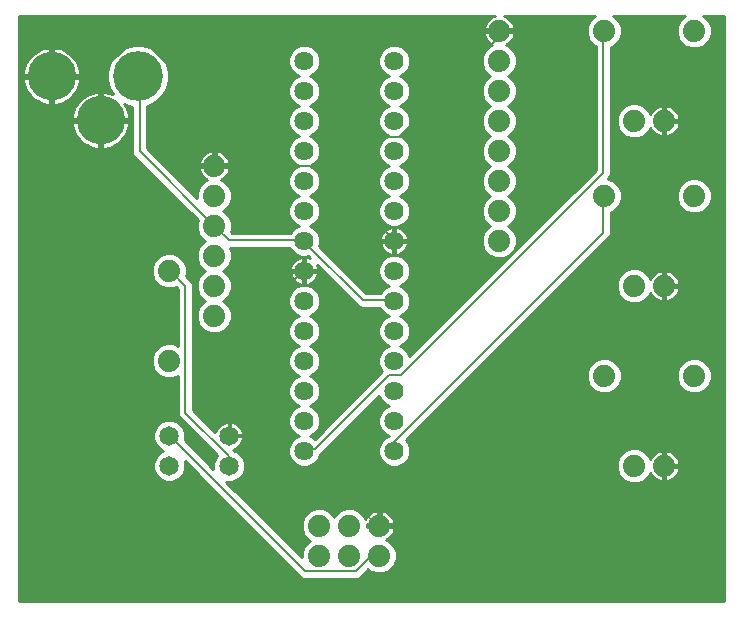
<source format=gbl>
G75*
%MOIN*%
%OFA0B0*%
%FSLAX25Y25*%
%IPPOS*%
%LPD*%
%AMOC8*
5,1,8,0,0,1.08239X$1,22.5*
%
%ADD10C,0.06500*%
%ADD11C,0.07400*%
%ADD12C,0.16598*%
%ADD13C,0.16200*%
%ADD14C,0.06400*%
%ADD15C,0.00800*%
%ADD16C,0.01000*%
D10*
X0086000Y0081000D03*
X0086000Y0091000D03*
X0106000Y0091000D03*
X0106000Y0081000D03*
D11*
X0136000Y0061000D03*
X0146000Y0061000D03*
X0156000Y0061000D03*
X0156000Y0051000D03*
X0146000Y0051000D03*
X0136000Y0051000D03*
X0231000Y0111000D03*
X0261000Y0111000D03*
X0251000Y0141000D03*
X0241000Y0141000D03*
X0196000Y0156000D03*
X0196000Y0166000D03*
X0196000Y0176000D03*
X0196000Y0186000D03*
X0196000Y0196000D03*
X0196000Y0206000D03*
X0196000Y0216000D03*
X0196000Y0226000D03*
X0231000Y0226000D03*
X0261000Y0226000D03*
X0251000Y0196000D03*
X0241000Y0196000D03*
X0231000Y0171000D03*
X0261000Y0171000D03*
X0251000Y0081000D03*
X0241000Y0081000D03*
X0101000Y0131000D03*
X0101000Y0141000D03*
X0086000Y0146000D03*
X0101000Y0151000D03*
X0101000Y0161000D03*
X0101000Y0171000D03*
X0101000Y0181000D03*
X0086000Y0116000D03*
D12*
X0075637Y0211000D03*
D13*
X0063126Y0196191D03*
X0046815Y0210900D03*
D14*
X0131000Y0206000D03*
X0131000Y0216000D03*
X0131000Y0196000D03*
X0131000Y0186000D03*
X0131000Y0176000D03*
X0131000Y0166000D03*
X0131000Y0156000D03*
X0131000Y0146000D03*
X0131000Y0136000D03*
X0131000Y0126000D03*
X0131000Y0116000D03*
X0131000Y0106000D03*
X0131000Y0096000D03*
X0131000Y0086000D03*
X0161000Y0086000D03*
X0161000Y0096000D03*
X0161000Y0106000D03*
X0161000Y0116000D03*
X0161000Y0126000D03*
X0161000Y0136000D03*
X0161000Y0146000D03*
X0161000Y0156000D03*
X0161000Y0166000D03*
X0161000Y0176000D03*
X0161000Y0186000D03*
X0161000Y0196000D03*
X0161000Y0206000D03*
X0161000Y0216000D03*
D15*
X0162600Y0190600D02*
X0195400Y0223400D01*
X0195400Y0225800D01*
X0196000Y0226000D01*
X0230600Y0225800D02*
X0231000Y0226000D01*
X0230600Y0225800D02*
X0230600Y0178600D01*
X0163400Y0111400D01*
X0159400Y0111400D01*
X0134600Y0086600D01*
X0131400Y0086600D01*
X0131000Y0086000D01*
X0119400Y0090600D02*
X0119400Y0134600D01*
X0130600Y0145800D01*
X0131000Y0146000D01*
X0131400Y0155400D02*
X0131000Y0156000D01*
X0130600Y0156200D01*
X0105800Y0156200D01*
X0101000Y0161000D01*
X0076200Y0185800D01*
X0076200Y0210600D01*
X0075637Y0211000D01*
X0072200Y0221000D02*
X0063400Y0212200D01*
X0063400Y0196200D01*
X0063126Y0196191D01*
X0072200Y0221000D02*
X0079400Y0221000D01*
X0101000Y0199400D01*
X0101000Y0181000D01*
X0136200Y0181000D01*
X0142600Y0174600D01*
X0158600Y0190600D01*
X0162600Y0190600D01*
X0142600Y0174600D02*
X0161000Y0156200D01*
X0161000Y0156000D01*
X0161000Y0136200D02*
X0150600Y0136200D01*
X0131400Y0155400D01*
X0161000Y0136200D02*
X0161000Y0136000D01*
X0161000Y0089000D02*
X0230600Y0158600D01*
X0230600Y0170600D01*
X0231000Y0171000D01*
X0251400Y0195400D02*
X0251000Y0196000D01*
X0251400Y0195400D02*
X0251400Y0141000D01*
X0251000Y0141000D01*
X0251400Y0141000D02*
X0251400Y0081000D01*
X0251000Y0081000D01*
X0161000Y0086000D02*
X0161000Y0089000D01*
X0149800Y0066600D02*
X0143400Y0066600D01*
X0119400Y0090600D01*
X0106600Y0090600D01*
X0106000Y0091000D01*
X0105800Y0084200D02*
X0091400Y0098600D01*
X0091400Y0141000D01*
X0086600Y0145800D01*
X0086000Y0146000D01*
X0086000Y0091000D02*
X0086600Y0090600D01*
X0131400Y0045800D01*
X0148200Y0045800D01*
X0153000Y0050600D01*
X0155400Y0050600D01*
X0156000Y0051000D01*
X0156000Y0061000D02*
X0155400Y0061000D01*
X0149800Y0066600D01*
X0106000Y0081000D02*
X0105800Y0081000D01*
X0105800Y0084200D01*
D16*
X0036000Y0036000D02*
X0036000Y0231000D01*
X0194561Y0231000D01*
X0194004Y0230819D01*
X0193275Y0230447D01*
X0192612Y0229966D01*
X0192034Y0229388D01*
X0191553Y0228725D01*
X0191181Y0227996D01*
X0190928Y0227218D01*
X0190814Y0226500D01*
X0195500Y0226500D01*
X0195500Y0225500D01*
X0190814Y0225500D01*
X0190928Y0224782D01*
X0191181Y0224004D01*
X0191553Y0223275D01*
X0192034Y0222612D01*
X0192612Y0222034D01*
X0193275Y0221553D01*
X0193712Y0221330D01*
X0192715Y0220917D01*
X0191083Y0219285D01*
X0190200Y0217154D01*
X0190200Y0214846D01*
X0191083Y0212715D01*
X0192715Y0211083D01*
X0192915Y0211000D01*
X0192715Y0210917D01*
X0191083Y0209285D01*
X0190200Y0207154D01*
X0190200Y0204846D01*
X0191083Y0202715D01*
X0192715Y0201083D01*
X0192915Y0201000D01*
X0192715Y0200917D01*
X0191083Y0199285D01*
X0190200Y0197154D01*
X0190200Y0194846D01*
X0191083Y0192715D01*
X0192715Y0191083D01*
X0192915Y0191000D01*
X0192715Y0190917D01*
X0191083Y0189285D01*
X0190200Y0187154D01*
X0190200Y0184846D01*
X0191083Y0182715D01*
X0192715Y0181083D01*
X0192915Y0181000D01*
X0192715Y0180917D01*
X0191083Y0179285D01*
X0190200Y0177154D01*
X0190200Y0174846D01*
X0191083Y0172715D01*
X0192715Y0171083D01*
X0192915Y0171000D01*
X0192715Y0170917D01*
X0191083Y0169285D01*
X0190200Y0167154D01*
X0190200Y0164846D01*
X0191083Y0162715D01*
X0192715Y0161083D01*
X0192915Y0161000D01*
X0192715Y0160917D01*
X0191083Y0159285D01*
X0190200Y0157154D01*
X0190200Y0154846D01*
X0191083Y0152715D01*
X0192715Y0151083D01*
X0194846Y0150200D01*
X0197154Y0150200D01*
X0199285Y0151083D01*
X0200917Y0152715D01*
X0201800Y0154846D01*
X0201800Y0157154D01*
X0200917Y0159285D01*
X0199285Y0160917D01*
X0199085Y0161000D01*
X0199285Y0161083D01*
X0200917Y0162715D01*
X0201800Y0164846D01*
X0201800Y0167154D01*
X0200917Y0169285D01*
X0199285Y0170917D01*
X0199085Y0171000D01*
X0199285Y0171083D01*
X0200917Y0172715D01*
X0201800Y0174846D01*
X0201800Y0177154D01*
X0200917Y0179285D01*
X0199285Y0180917D01*
X0199085Y0181000D01*
X0199285Y0181083D01*
X0200917Y0182715D01*
X0201800Y0184846D01*
X0201800Y0187154D01*
X0200917Y0189285D01*
X0199285Y0190917D01*
X0199085Y0191000D01*
X0199285Y0191083D01*
X0200917Y0192715D01*
X0201800Y0194846D01*
X0201800Y0197154D01*
X0200917Y0199285D01*
X0199285Y0200917D01*
X0199085Y0201000D01*
X0199285Y0201083D01*
X0200917Y0202715D01*
X0201800Y0204846D01*
X0201800Y0207154D01*
X0200917Y0209285D01*
X0199285Y0210917D01*
X0199085Y0211000D01*
X0199285Y0211083D01*
X0200917Y0212715D01*
X0201800Y0214846D01*
X0201800Y0217154D01*
X0200917Y0219285D01*
X0199285Y0220917D01*
X0198288Y0221330D01*
X0198725Y0221553D01*
X0199388Y0222034D01*
X0199966Y0222612D01*
X0200447Y0223275D01*
X0200819Y0224004D01*
X0201072Y0224782D01*
X0201186Y0225500D01*
X0196500Y0225500D01*
X0196500Y0226500D01*
X0201186Y0226500D01*
X0201072Y0227218D01*
X0200819Y0227996D01*
X0200447Y0228725D01*
X0199966Y0229388D01*
X0199388Y0229966D01*
X0198725Y0230447D01*
X0197996Y0230819D01*
X0197439Y0231000D01*
X0227915Y0231000D01*
X0227715Y0230917D01*
X0226083Y0229285D01*
X0225200Y0227154D01*
X0225200Y0224846D01*
X0226083Y0222715D01*
X0227715Y0221083D01*
X0228100Y0220923D01*
X0228100Y0179636D01*
X0166071Y0117607D01*
X0165493Y0119002D01*
X0164002Y0120493D01*
X0162778Y0121000D01*
X0164002Y0121507D01*
X0165493Y0122998D01*
X0166300Y0124946D01*
X0166300Y0127054D01*
X0165493Y0129002D01*
X0164002Y0130493D01*
X0162778Y0131000D01*
X0164002Y0131507D01*
X0165493Y0132998D01*
X0166300Y0134946D01*
X0166300Y0137054D01*
X0165493Y0139002D01*
X0164002Y0140493D01*
X0162778Y0141000D01*
X0164002Y0141507D01*
X0165493Y0142998D01*
X0166300Y0144946D01*
X0166300Y0147054D01*
X0165493Y0149002D01*
X0164002Y0150493D01*
X0162054Y0151300D01*
X0159946Y0151300D01*
X0157998Y0150493D01*
X0156507Y0149002D01*
X0155700Y0147054D01*
X0155700Y0144946D01*
X0156507Y0142998D01*
X0157998Y0141507D01*
X0159222Y0141000D01*
X0157998Y0140493D01*
X0156507Y0139002D01*
X0156382Y0138700D01*
X0151636Y0138700D01*
X0136033Y0154302D01*
X0136300Y0154946D01*
X0136300Y0157054D01*
X0135493Y0159002D01*
X0134002Y0160493D01*
X0132778Y0161000D01*
X0134002Y0161507D01*
X0135493Y0162998D01*
X0136300Y0164946D01*
X0136300Y0167054D01*
X0135493Y0169002D01*
X0134002Y0170493D01*
X0132778Y0171000D01*
X0134002Y0171507D01*
X0135493Y0172998D01*
X0136300Y0174946D01*
X0136300Y0177054D01*
X0135493Y0179002D01*
X0134002Y0180493D01*
X0132778Y0181000D01*
X0134002Y0181507D01*
X0135493Y0182998D01*
X0136300Y0184946D01*
X0136300Y0187054D01*
X0135493Y0189002D01*
X0134002Y0190493D01*
X0132778Y0191000D01*
X0134002Y0191507D01*
X0135493Y0192998D01*
X0136300Y0194946D01*
X0136300Y0197054D01*
X0135493Y0199002D01*
X0134002Y0200493D01*
X0132778Y0201000D01*
X0134002Y0201507D01*
X0135493Y0202998D01*
X0136300Y0204946D01*
X0136300Y0207054D01*
X0135493Y0209002D01*
X0134002Y0210493D01*
X0132778Y0211000D01*
X0134002Y0211507D01*
X0135493Y0212998D01*
X0136300Y0214946D01*
X0136300Y0217054D01*
X0135493Y0219002D01*
X0134002Y0220493D01*
X0132054Y0221300D01*
X0129946Y0221300D01*
X0127998Y0220493D01*
X0126507Y0219002D01*
X0125700Y0217054D01*
X0125700Y0214946D01*
X0126507Y0212998D01*
X0127998Y0211507D01*
X0129222Y0211000D01*
X0127998Y0210493D01*
X0126507Y0209002D01*
X0125700Y0207054D01*
X0125700Y0204946D01*
X0126507Y0202998D01*
X0127998Y0201507D01*
X0129222Y0201000D01*
X0127998Y0200493D01*
X0126507Y0199002D01*
X0125700Y0197054D01*
X0125700Y0194946D01*
X0126507Y0192998D01*
X0127998Y0191507D01*
X0129222Y0191000D01*
X0127998Y0190493D01*
X0126507Y0189002D01*
X0125700Y0187054D01*
X0125700Y0184946D01*
X0126507Y0182998D01*
X0127998Y0181507D01*
X0129222Y0181000D01*
X0127998Y0180493D01*
X0126507Y0179002D01*
X0125700Y0177054D01*
X0125700Y0174946D01*
X0126507Y0172998D01*
X0127998Y0171507D01*
X0129222Y0171000D01*
X0127998Y0170493D01*
X0126507Y0169002D01*
X0125700Y0167054D01*
X0125700Y0164946D01*
X0126507Y0162998D01*
X0127998Y0161507D01*
X0129222Y0161000D01*
X0127998Y0160493D01*
X0126507Y0159002D01*
X0126382Y0158700D01*
X0106836Y0158700D01*
X0106475Y0159061D01*
X0106800Y0159846D01*
X0106800Y0162154D01*
X0105917Y0164285D01*
X0104285Y0165917D01*
X0104085Y0166000D01*
X0104285Y0166083D01*
X0105917Y0167715D01*
X0106800Y0169846D01*
X0106800Y0172154D01*
X0105917Y0174285D01*
X0104285Y0175917D01*
X0103288Y0176330D01*
X0103725Y0176553D01*
X0104388Y0177034D01*
X0104966Y0177612D01*
X0105447Y0178275D01*
X0105819Y0179004D01*
X0106072Y0179782D01*
X0106186Y0180500D01*
X0101500Y0180500D01*
X0101500Y0181500D01*
X0100500Y0181500D01*
X0100500Y0186186D01*
X0099782Y0186072D01*
X0099004Y0185819D01*
X0098275Y0185447D01*
X0097612Y0184966D01*
X0097034Y0184388D01*
X0096553Y0183725D01*
X0096181Y0182996D01*
X0095928Y0182218D01*
X0095814Y0181500D01*
X0100500Y0181500D01*
X0100500Y0180500D01*
X0095814Y0180500D01*
X0095928Y0179782D01*
X0096181Y0179004D01*
X0096553Y0178275D01*
X0097034Y0177612D01*
X0097612Y0177034D01*
X0098275Y0176553D01*
X0098712Y0176330D01*
X0097715Y0175917D01*
X0096083Y0174285D01*
X0095200Y0172154D01*
X0095200Y0170336D01*
X0078700Y0186836D01*
X0078700Y0201055D01*
X0079651Y0201309D01*
X0082022Y0202679D01*
X0083958Y0204615D01*
X0085328Y0206986D01*
X0086036Y0209631D01*
X0086036Y0212369D01*
X0085328Y0215014D01*
X0083958Y0217385D01*
X0082022Y0219321D01*
X0079651Y0220691D01*
X0077006Y0221399D01*
X0074268Y0221399D01*
X0071623Y0220691D01*
X0069252Y0219321D01*
X0067316Y0217385D01*
X0065946Y0215014D01*
X0065238Y0212369D01*
X0065238Y0209631D01*
X0065946Y0206986D01*
X0067145Y0204910D01*
X0066806Y0205074D01*
X0065788Y0205430D01*
X0064737Y0205670D01*
X0063665Y0205791D01*
X0063626Y0205791D01*
X0063626Y0196691D01*
X0062626Y0196691D01*
X0062626Y0205791D01*
X0062587Y0205791D01*
X0061515Y0205670D01*
X0060464Y0205430D01*
X0059446Y0205074D01*
X0058475Y0204606D01*
X0057562Y0204032D01*
X0056719Y0203360D01*
X0055957Y0202598D01*
X0055284Y0201755D01*
X0054711Y0200842D01*
X0054243Y0199870D01*
X0053887Y0198852D01*
X0053647Y0197801D01*
X0053526Y0196730D01*
X0053526Y0196691D01*
X0062626Y0196691D01*
X0062626Y0195691D01*
X0053526Y0195691D01*
X0053526Y0195651D01*
X0053647Y0194580D01*
X0053887Y0193529D01*
X0054243Y0192511D01*
X0054711Y0191540D01*
X0055284Y0190627D01*
X0055957Y0189784D01*
X0056719Y0189021D01*
X0057562Y0188349D01*
X0058475Y0187775D01*
X0059446Y0187307D01*
X0060464Y0186951D01*
X0061515Y0186711D01*
X0062587Y0186591D01*
X0062626Y0186591D01*
X0062626Y0195690D01*
X0063626Y0195690D01*
X0063626Y0186591D01*
X0063665Y0186591D01*
X0064737Y0186711D01*
X0065788Y0186951D01*
X0066806Y0187307D01*
X0067777Y0187775D01*
X0068690Y0188349D01*
X0069533Y0189021D01*
X0070295Y0189784D01*
X0070968Y0190627D01*
X0071541Y0191540D01*
X0072009Y0192511D01*
X0072365Y0193529D01*
X0072605Y0194580D01*
X0072726Y0195651D01*
X0072726Y0195691D01*
X0063626Y0195691D01*
X0063626Y0196691D01*
X0072726Y0196691D01*
X0072726Y0196730D01*
X0072605Y0197801D01*
X0072365Y0198852D01*
X0072009Y0199870D01*
X0071541Y0200842D01*
X0071033Y0201650D01*
X0071623Y0201309D01*
X0073700Y0200753D01*
X0073700Y0185303D01*
X0074081Y0184384D01*
X0095525Y0162939D01*
X0095200Y0162154D01*
X0095200Y0159846D01*
X0096083Y0157715D01*
X0097715Y0156083D01*
X0097915Y0156000D01*
X0097715Y0155917D01*
X0096083Y0154285D01*
X0095200Y0152154D01*
X0095200Y0149846D01*
X0096083Y0147715D01*
X0097715Y0146083D01*
X0097915Y0146000D01*
X0097715Y0145917D01*
X0096083Y0144285D01*
X0095200Y0142154D01*
X0095200Y0139846D01*
X0096083Y0137715D01*
X0097715Y0136083D01*
X0097915Y0136000D01*
X0097715Y0135917D01*
X0096083Y0134285D01*
X0095200Y0132154D01*
X0095200Y0129846D01*
X0096083Y0127715D01*
X0097715Y0126083D01*
X0099846Y0125200D01*
X0102154Y0125200D01*
X0104285Y0126083D01*
X0105917Y0127715D01*
X0106800Y0129846D01*
X0106800Y0132154D01*
X0105917Y0134285D01*
X0104285Y0135917D01*
X0104085Y0136000D01*
X0104285Y0136083D01*
X0105917Y0137715D01*
X0106800Y0139846D01*
X0106800Y0142154D01*
X0105917Y0144285D01*
X0104285Y0145917D01*
X0104085Y0146000D01*
X0104285Y0146083D01*
X0105917Y0147715D01*
X0106800Y0149846D01*
X0106800Y0152154D01*
X0106159Y0153700D01*
X0126216Y0153700D01*
X0126507Y0152998D01*
X0127998Y0151507D01*
X0129946Y0150700D01*
X0132054Y0150700D01*
X0132415Y0150849D01*
X0133018Y0150247D01*
X0132804Y0150356D01*
X0132101Y0150584D01*
X0131370Y0150700D01*
X0131300Y0150700D01*
X0131300Y0146300D01*
X0135700Y0146300D01*
X0135700Y0146370D01*
X0135584Y0147101D01*
X0135356Y0147804D01*
X0135247Y0148018D01*
X0149184Y0134081D01*
X0150103Y0133700D01*
X0156216Y0133700D01*
X0156507Y0132998D01*
X0157998Y0131507D01*
X0159222Y0131000D01*
X0157998Y0130493D01*
X0156507Y0129002D01*
X0155700Y0127054D01*
X0155700Y0124946D01*
X0156507Y0122998D01*
X0157998Y0121507D01*
X0159222Y0121000D01*
X0157998Y0120493D01*
X0156507Y0119002D01*
X0155700Y0117054D01*
X0155700Y0114946D01*
X0156507Y0112998D01*
X0156985Y0112520D01*
X0134480Y0090015D01*
X0134002Y0090493D01*
X0132778Y0091000D01*
X0134002Y0091507D01*
X0135493Y0092998D01*
X0136300Y0094946D01*
X0136300Y0097054D01*
X0135493Y0099002D01*
X0134002Y0100493D01*
X0132778Y0101000D01*
X0134002Y0101507D01*
X0135493Y0102998D01*
X0136300Y0104946D01*
X0136300Y0107054D01*
X0135493Y0109002D01*
X0134002Y0110493D01*
X0132778Y0111000D01*
X0134002Y0111507D01*
X0135493Y0112998D01*
X0136300Y0114946D01*
X0136300Y0117054D01*
X0135493Y0119002D01*
X0134002Y0120493D01*
X0132778Y0121000D01*
X0134002Y0121507D01*
X0135493Y0122998D01*
X0136300Y0124946D01*
X0136300Y0127054D01*
X0135493Y0129002D01*
X0134002Y0130493D01*
X0132778Y0131000D01*
X0134002Y0131507D01*
X0135493Y0132998D01*
X0136300Y0134946D01*
X0136300Y0137054D01*
X0135493Y0139002D01*
X0134002Y0140493D01*
X0132054Y0141300D01*
X0129946Y0141300D01*
X0127998Y0140493D01*
X0126507Y0139002D01*
X0125700Y0137054D01*
X0125700Y0134946D01*
X0126507Y0132998D01*
X0127998Y0131507D01*
X0129222Y0131000D01*
X0127998Y0130493D01*
X0126507Y0129002D01*
X0125700Y0127054D01*
X0125700Y0124946D01*
X0126507Y0122998D01*
X0127998Y0121507D01*
X0129222Y0121000D01*
X0127998Y0120493D01*
X0126507Y0119002D01*
X0125700Y0117054D01*
X0125700Y0114946D01*
X0126507Y0112998D01*
X0127998Y0111507D01*
X0129222Y0111000D01*
X0127998Y0110493D01*
X0126507Y0109002D01*
X0125700Y0107054D01*
X0125700Y0104946D01*
X0126507Y0102998D01*
X0127998Y0101507D01*
X0129222Y0101000D01*
X0127998Y0100493D01*
X0126507Y0099002D01*
X0125700Y0097054D01*
X0125700Y0094946D01*
X0126507Y0092998D01*
X0127998Y0091507D01*
X0129222Y0091000D01*
X0127998Y0090493D01*
X0126507Y0089002D01*
X0125700Y0087054D01*
X0125700Y0084946D01*
X0126507Y0082998D01*
X0127998Y0081507D01*
X0129946Y0080700D01*
X0132054Y0080700D01*
X0134002Y0081507D01*
X0135493Y0082998D01*
X0136172Y0084636D01*
X0155929Y0104393D01*
X0156507Y0102998D01*
X0157998Y0101507D01*
X0159222Y0101000D01*
X0157998Y0100493D01*
X0156507Y0099002D01*
X0155700Y0097054D01*
X0155700Y0094946D01*
X0156507Y0092998D01*
X0157998Y0091507D01*
X0159222Y0091000D01*
X0157998Y0090493D01*
X0156507Y0089002D01*
X0155700Y0087054D01*
X0155700Y0084946D01*
X0156507Y0082998D01*
X0157998Y0081507D01*
X0159946Y0080700D01*
X0162054Y0080700D01*
X0164002Y0081507D01*
X0165493Y0082998D01*
X0166300Y0084946D01*
X0166300Y0087054D01*
X0165493Y0089002D01*
X0165015Y0089480D01*
X0232016Y0156481D01*
X0232719Y0157184D01*
X0233100Y0158103D01*
X0233100Y0165592D01*
X0234285Y0166083D01*
X0235917Y0167715D01*
X0236800Y0169846D01*
X0236800Y0172154D01*
X0235917Y0174285D01*
X0234285Y0175917D01*
X0232282Y0176747D01*
X0232719Y0177184D01*
X0233100Y0178103D01*
X0233100Y0220592D01*
X0234285Y0221083D01*
X0235917Y0222715D01*
X0236800Y0224846D01*
X0236800Y0227154D01*
X0235917Y0229285D01*
X0234285Y0230917D01*
X0234085Y0231000D01*
X0257915Y0231000D01*
X0257715Y0230917D01*
X0256083Y0229285D01*
X0255200Y0227154D01*
X0255200Y0224846D01*
X0256083Y0222715D01*
X0257715Y0221083D01*
X0259846Y0220200D01*
X0262154Y0220200D01*
X0264285Y0221083D01*
X0265917Y0222715D01*
X0266800Y0224846D01*
X0266800Y0227154D01*
X0265917Y0229285D01*
X0264285Y0230917D01*
X0264085Y0231000D01*
X0271000Y0231000D01*
X0271000Y0036000D01*
X0036000Y0036000D01*
X0036000Y0036946D02*
X0271000Y0036946D01*
X0271000Y0037945D02*
X0036000Y0037945D01*
X0036000Y0038943D02*
X0271000Y0038943D01*
X0271000Y0039942D02*
X0036000Y0039942D01*
X0036000Y0040940D02*
X0271000Y0040940D01*
X0271000Y0041939D02*
X0036000Y0041939D01*
X0036000Y0042937D02*
X0271000Y0042937D01*
X0271000Y0043936D02*
X0149872Y0043936D01*
X0149616Y0043681D02*
X0150319Y0044384D01*
X0152367Y0046431D01*
X0152715Y0046083D01*
X0154846Y0045200D01*
X0157154Y0045200D01*
X0159285Y0046083D01*
X0160917Y0047715D01*
X0161800Y0049846D01*
X0161800Y0052154D01*
X0160917Y0054285D01*
X0159285Y0055917D01*
X0158288Y0056330D01*
X0158725Y0056553D01*
X0159388Y0057034D01*
X0159966Y0057612D01*
X0160447Y0058275D01*
X0160819Y0059004D01*
X0161072Y0059782D01*
X0161186Y0060500D01*
X0156500Y0060500D01*
X0156500Y0061500D01*
X0155500Y0061500D01*
X0155500Y0066186D01*
X0154782Y0066072D01*
X0154004Y0065819D01*
X0153275Y0065447D01*
X0152612Y0064966D01*
X0152034Y0064388D01*
X0151553Y0063725D01*
X0151330Y0063288D01*
X0150917Y0064285D01*
X0149285Y0065917D01*
X0147154Y0066800D01*
X0144846Y0066800D01*
X0142715Y0065917D01*
X0141083Y0064285D01*
X0141000Y0064085D01*
X0140917Y0064285D01*
X0139285Y0065917D01*
X0137154Y0066800D01*
X0134846Y0066800D01*
X0132715Y0065917D01*
X0131083Y0064285D01*
X0130200Y0062154D01*
X0130200Y0059846D01*
X0131083Y0057715D01*
X0132715Y0056083D01*
X0132915Y0056000D01*
X0132715Y0055917D01*
X0131083Y0054285D01*
X0130200Y0052154D01*
X0130200Y0050536D01*
X0105086Y0075650D01*
X0107064Y0075650D01*
X0109031Y0076464D01*
X0110535Y0077969D01*
X0111350Y0079936D01*
X0111350Y0082064D01*
X0110535Y0084031D01*
X0109031Y0085535D01*
X0107271Y0086264D01*
X0107155Y0086381D01*
X0107823Y0086598D01*
X0108490Y0086937D01*
X0109094Y0087377D01*
X0109623Y0087906D01*
X0110063Y0088510D01*
X0110402Y0089177D01*
X0110633Y0089888D01*
X0110750Y0090626D01*
X0110750Y0090811D01*
X0106189Y0090811D01*
X0106189Y0091189D01*
X0105811Y0091189D01*
X0105811Y0095750D01*
X0105626Y0095750D01*
X0104888Y0095633D01*
X0104177Y0095402D01*
X0103510Y0095063D01*
X0102906Y0094623D01*
X0102377Y0094094D01*
X0101937Y0093490D01*
X0101598Y0092823D01*
X0101381Y0092155D01*
X0093900Y0099636D01*
X0093900Y0141497D01*
X0093519Y0142416D01*
X0091592Y0144344D01*
X0091800Y0144846D01*
X0091800Y0147154D01*
X0090917Y0149285D01*
X0089285Y0150917D01*
X0087154Y0151800D01*
X0084846Y0151800D01*
X0082715Y0150917D01*
X0081083Y0149285D01*
X0080200Y0147154D01*
X0080200Y0144846D01*
X0081083Y0142715D01*
X0082715Y0141083D01*
X0084846Y0140200D01*
X0087154Y0140200D01*
X0088222Y0140642D01*
X0088900Y0139964D01*
X0088900Y0121077D01*
X0087154Y0121800D01*
X0084846Y0121800D01*
X0082715Y0120917D01*
X0081083Y0119285D01*
X0080200Y0117154D01*
X0080200Y0114846D01*
X0081083Y0112715D01*
X0082715Y0111083D01*
X0084846Y0110200D01*
X0087154Y0110200D01*
X0088900Y0110923D01*
X0088900Y0098103D01*
X0089281Y0097184D01*
X0089984Y0096481D01*
X0101949Y0084515D01*
X0101464Y0084031D01*
X0100650Y0082064D01*
X0100650Y0080086D01*
X0091189Y0089547D01*
X0091350Y0089936D01*
X0091350Y0092064D01*
X0090535Y0094031D01*
X0089031Y0095535D01*
X0087064Y0096350D01*
X0084936Y0096350D01*
X0082969Y0095535D01*
X0081464Y0094031D01*
X0080650Y0092064D01*
X0080650Y0089936D01*
X0081464Y0087969D01*
X0082969Y0086464D01*
X0084091Y0086000D01*
X0082969Y0085535D01*
X0081464Y0084031D01*
X0080650Y0082064D01*
X0080650Y0079936D01*
X0081464Y0077969D01*
X0082969Y0076464D01*
X0084936Y0075650D01*
X0087064Y0075650D01*
X0089031Y0076464D01*
X0090535Y0077969D01*
X0091350Y0079936D01*
X0091350Y0082064D01*
X0091173Y0082491D01*
X0129984Y0043681D01*
X0130903Y0043300D01*
X0148697Y0043300D01*
X0149616Y0043681D01*
X0150870Y0044934D02*
X0271000Y0044934D01*
X0271000Y0045933D02*
X0158923Y0045933D01*
X0160134Y0046932D02*
X0271000Y0046932D01*
X0271000Y0047930D02*
X0161006Y0047930D01*
X0161420Y0048929D02*
X0271000Y0048929D01*
X0271000Y0049927D02*
X0161800Y0049927D01*
X0161800Y0050926D02*
X0271000Y0050926D01*
X0271000Y0051924D02*
X0161800Y0051924D01*
X0161482Y0052923D02*
X0271000Y0052923D01*
X0271000Y0053921D02*
X0161068Y0053921D01*
X0160283Y0054920D02*
X0271000Y0054920D01*
X0271000Y0055918D02*
X0159283Y0055918D01*
X0159226Y0056917D02*
X0271000Y0056917D01*
X0271000Y0057915D02*
X0160186Y0057915D01*
X0160773Y0058914D02*
X0271000Y0058914D01*
X0271000Y0059912D02*
X0161093Y0059912D01*
X0161186Y0061500D02*
X0161072Y0062218D01*
X0160819Y0062996D01*
X0160447Y0063725D01*
X0159966Y0064388D01*
X0159388Y0064966D01*
X0158725Y0065447D01*
X0157996Y0065819D01*
X0157218Y0066072D01*
X0156500Y0066186D01*
X0156500Y0061500D01*
X0161186Y0061500D01*
X0161121Y0061909D02*
X0271000Y0061909D01*
X0271000Y0060911D02*
X0156500Y0060911D01*
X0156500Y0061909D02*
X0155500Y0061909D01*
X0155500Y0061500D02*
X0155500Y0060500D01*
X0151800Y0060500D01*
X0151800Y0061500D01*
X0155500Y0061500D01*
X0155500Y0060911D02*
X0151800Y0060911D01*
X0151684Y0063906D02*
X0151074Y0063906D01*
X0150298Y0064905D02*
X0152551Y0064905D01*
X0154263Y0065903D02*
X0149299Y0065903D01*
X0155500Y0065903D02*
X0156500Y0065903D01*
X0156500Y0064905D02*
X0155500Y0064905D01*
X0155500Y0063906D02*
X0156500Y0063906D01*
X0156500Y0062908D02*
X0155500Y0062908D01*
X0157737Y0065903D02*
X0271000Y0065903D01*
X0271000Y0064905D02*
X0159449Y0064905D01*
X0160316Y0063906D02*
X0271000Y0063906D01*
X0271000Y0062908D02*
X0160848Y0062908D01*
X0142701Y0065903D02*
X0139299Y0065903D01*
X0140298Y0064905D02*
X0141702Y0064905D01*
X0132701Y0065903D02*
X0114832Y0065903D01*
X0113834Y0066902D02*
X0271000Y0066902D01*
X0271000Y0067900D02*
X0112835Y0067900D01*
X0111837Y0068899D02*
X0271000Y0068899D01*
X0271000Y0069897D02*
X0110838Y0069897D01*
X0109840Y0070896D02*
X0271000Y0070896D01*
X0271000Y0071894D02*
X0108841Y0071894D01*
X0107843Y0072893D02*
X0271000Y0072893D01*
X0271000Y0073891D02*
X0106844Y0073891D01*
X0105846Y0074890D02*
X0271000Y0074890D01*
X0271000Y0075888D02*
X0251967Y0075888D01*
X0252218Y0075928D02*
X0252996Y0076181D01*
X0253725Y0076553D01*
X0254388Y0077034D01*
X0254966Y0077612D01*
X0255447Y0078275D01*
X0255819Y0079004D01*
X0256072Y0079782D01*
X0256200Y0080591D01*
X0256200Y0080700D01*
X0251300Y0080700D01*
X0251300Y0081300D01*
X0256200Y0081300D01*
X0256200Y0081409D01*
X0256072Y0082218D01*
X0255819Y0082996D01*
X0255447Y0083725D01*
X0254966Y0084388D01*
X0254388Y0084966D01*
X0253725Y0085447D01*
X0252996Y0085819D01*
X0252218Y0086072D01*
X0251409Y0086200D01*
X0251300Y0086200D01*
X0251300Y0081300D01*
X0250700Y0081300D01*
X0250700Y0086200D01*
X0250591Y0086200D01*
X0249782Y0086072D01*
X0249004Y0085819D01*
X0248275Y0085447D01*
X0247612Y0084966D01*
X0247034Y0084388D01*
X0246553Y0083725D01*
X0246330Y0083288D01*
X0245917Y0084285D01*
X0244285Y0085917D01*
X0242154Y0086800D01*
X0239846Y0086800D01*
X0237715Y0085917D01*
X0236083Y0084285D01*
X0235200Y0082154D01*
X0235200Y0079846D01*
X0236083Y0077715D01*
X0237715Y0076083D01*
X0239846Y0075200D01*
X0242154Y0075200D01*
X0244285Y0076083D01*
X0245917Y0077715D01*
X0246330Y0078712D01*
X0246553Y0078275D01*
X0247034Y0077612D01*
X0247612Y0077034D01*
X0248275Y0076553D01*
X0249004Y0076181D01*
X0249782Y0075928D01*
X0250591Y0075800D01*
X0250700Y0075800D01*
X0250700Y0080700D01*
X0251300Y0080700D01*
X0251300Y0075800D01*
X0251409Y0075800D01*
X0252218Y0075928D01*
X0251300Y0075888D02*
X0250700Y0075888D01*
X0250033Y0075888D02*
X0243816Y0075888D01*
X0245089Y0076887D02*
X0247814Y0076887D01*
X0246835Y0077885D02*
X0245988Y0077885D01*
X0250700Y0077885D02*
X0251300Y0077885D01*
X0251300Y0076887D02*
X0250700Y0076887D01*
X0250700Y0078884D02*
X0251300Y0078884D01*
X0251300Y0079882D02*
X0250700Y0079882D01*
X0251300Y0080881D02*
X0271000Y0080881D01*
X0271000Y0081879D02*
X0256126Y0081879D01*
X0255857Y0082878D02*
X0271000Y0082878D01*
X0271000Y0083876D02*
X0255338Y0083876D01*
X0254479Y0084875D02*
X0271000Y0084875D01*
X0271000Y0085873D02*
X0252829Y0085873D01*
X0251300Y0085873D02*
X0250700Y0085873D01*
X0250700Y0084875D02*
X0251300Y0084875D01*
X0251300Y0083876D02*
X0250700Y0083876D01*
X0250700Y0082878D02*
X0251300Y0082878D01*
X0251300Y0081879D02*
X0250700Y0081879D01*
X0249171Y0085873D02*
X0244329Y0085873D01*
X0245327Y0084875D02*
X0247521Y0084875D01*
X0246662Y0083876D02*
X0246086Y0083876D01*
X0237671Y0085873D02*
X0166300Y0085873D01*
X0166271Y0084875D02*
X0236673Y0084875D01*
X0235914Y0083876D02*
X0165857Y0083876D01*
X0165373Y0082878D02*
X0235500Y0082878D01*
X0235200Y0081879D02*
X0164375Y0081879D01*
X0162491Y0080881D02*
X0235200Y0080881D01*
X0235200Y0079882D02*
X0111328Y0079882D01*
X0111350Y0080881D02*
X0129509Y0080881D01*
X0127625Y0081879D02*
X0111350Y0081879D01*
X0111013Y0082878D02*
X0126627Y0082878D01*
X0126143Y0083876D02*
X0110599Y0083876D01*
X0109691Y0084875D02*
X0125729Y0084875D01*
X0125700Y0085873D02*
X0108215Y0085873D01*
X0108361Y0086872D02*
X0125700Y0086872D01*
X0126038Y0087870D02*
X0109588Y0087870D01*
X0110245Y0088869D02*
X0126452Y0088869D01*
X0127372Y0089868D02*
X0110626Y0089868D01*
X0110750Y0091189D02*
X0106189Y0091189D01*
X0106189Y0095750D01*
X0106374Y0095750D01*
X0107112Y0095633D01*
X0107823Y0095402D01*
X0108490Y0095063D01*
X0109094Y0094623D01*
X0109623Y0094094D01*
X0110063Y0093490D01*
X0110402Y0092823D01*
X0110633Y0092112D01*
X0110750Y0091374D01*
X0110750Y0091189D01*
X0110672Y0091865D02*
X0127640Y0091865D01*
X0126642Y0092863D02*
X0110382Y0092863D01*
X0109792Y0093862D02*
X0126149Y0093862D01*
X0125735Y0094860D02*
X0108768Y0094860D01*
X0106189Y0094860D02*
X0105811Y0094860D01*
X0105811Y0093862D02*
X0106189Y0093862D01*
X0106189Y0092863D02*
X0105811Y0092863D01*
X0105811Y0091865D02*
X0106189Y0091865D01*
X0106189Y0090866D02*
X0128898Y0090866D01*
X0133102Y0090866D02*
X0135330Y0090866D01*
X0134360Y0091865D02*
X0136329Y0091865D01*
X0135358Y0092863D02*
X0137328Y0092863D01*
X0138326Y0093862D02*
X0135851Y0093862D01*
X0136264Y0094860D02*
X0139325Y0094860D01*
X0140323Y0095859D02*
X0136300Y0095859D01*
X0136300Y0096857D02*
X0141322Y0096857D01*
X0142320Y0097856D02*
X0135968Y0097856D01*
X0135554Y0098854D02*
X0143319Y0098854D01*
X0144317Y0099853D02*
X0134643Y0099853D01*
X0133138Y0100851D02*
X0145316Y0100851D01*
X0146314Y0101850D02*
X0134345Y0101850D01*
X0135343Y0102848D02*
X0147313Y0102848D01*
X0148311Y0103847D02*
X0135845Y0103847D01*
X0136258Y0104845D02*
X0149310Y0104845D01*
X0150308Y0105844D02*
X0136300Y0105844D01*
X0136300Y0106842D02*
X0151307Y0106842D01*
X0152305Y0107841D02*
X0135974Y0107841D01*
X0135561Y0108839D02*
X0153304Y0108839D01*
X0154302Y0109838D02*
X0134658Y0109838D01*
X0133174Y0110836D02*
X0155301Y0110836D01*
X0156299Y0111835D02*
X0134330Y0111835D01*
X0135329Y0112833D02*
X0156671Y0112833D01*
X0156161Y0113832D02*
X0135839Y0113832D01*
X0136252Y0114830D02*
X0155748Y0114830D01*
X0155700Y0115829D02*
X0136300Y0115829D01*
X0136300Y0116827D02*
X0155700Y0116827D01*
X0156020Y0117826D02*
X0135980Y0117826D01*
X0135567Y0118824D02*
X0156433Y0118824D01*
X0157328Y0119823D02*
X0134672Y0119823D01*
X0133210Y0120821D02*
X0158790Y0120821D01*
X0157685Y0121820D02*
X0134315Y0121820D01*
X0135314Y0122818D02*
X0156686Y0122818D01*
X0156168Y0123817D02*
X0135832Y0123817D01*
X0136246Y0124815D02*
X0155754Y0124815D01*
X0155700Y0125814D02*
X0136300Y0125814D01*
X0136300Y0126812D02*
X0155700Y0126812D01*
X0156013Y0127811D02*
X0135987Y0127811D01*
X0135573Y0128809D02*
X0156427Y0128809D01*
X0157313Y0129808D02*
X0134687Y0129808D01*
X0133246Y0130806D02*
X0158754Y0130806D01*
X0157700Y0131805D02*
X0134300Y0131805D01*
X0135299Y0132803D02*
X0156701Y0132803D01*
X0163246Y0130806D02*
X0179271Y0130806D01*
X0178272Y0129808D02*
X0164687Y0129808D01*
X0165573Y0128809D02*
X0177274Y0128809D01*
X0176275Y0127811D02*
X0165987Y0127811D01*
X0166300Y0126812D02*
X0175277Y0126812D01*
X0174278Y0125814D02*
X0166300Y0125814D01*
X0166246Y0124815D02*
X0173280Y0124815D01*
X0172281Y0123817D02*
X0165832Y0123817D01*
X0165314Y0122818D02*
X0171283Y0122818D01*
X0170284Y0121820D02*
X0164315Y0121820D01*
X0163210Y0120821D02*
X0169286Y0120821D01*
X0168287Y0119823D02*
X0164672Y0119823D01*
X0165567Y0118824D02*
X0167289Y0118824D01*
X0166290Y0117826D02*
X0165980Y0117826D01*
X0182378Y0106842D02*
X0226955Y0106842D01*
X0227715Y0106083D02*
X0226083Y0107715D01*
X0225200Y0109846D01*
X0225200Y0112154D01*
X0226083Y0114285D01*
X0227715Y0115917D01*
X0229846Y0116800D01*
X0232154Y0116800D01*
X0234285Y0115917D01*
X0235917Y0114285D01*
X0236800Y0112154D01*
X0236800Y0109846D01*
X0235917Y0107715D01*
X0234285Y0106083D01*
X0232154Y0105200D01*
X0229846Y0105200D01*
X0227715Y0106083D01*
X0228292Y0105844D02*
X0181379Y0105844D01*
X0180381Y0104845D02*
X0271000Y0104845D01*
X0271000Y0103847D02*
X0179382Y0103847D01*
X0178384Y0102848D02*
X0271000Y0102848D01*
X0271000Y0101850D02*
X0177385Y0101850D01*
X0176387Y0100851D02*
X0271000Y0100851D01*
X0271000Y0099853D02*
X0175388Y0099853D01*
X0174390Y0098854D02*
X0271000Y0098854D01*
X0271000Y0097856D02*
X0173391Y0097856D01*
X0172393Y0096857D02*
X0271000Y0096857D01*
X0271000Y0095859D02*
X0171394Y0095859D01*
X0170396Y0094860D02*
X0271000Y0094860D01*
X0271000Y0093862D02*
X0169397Y0093862D01*
X0168399Y0092863D02*
X0271000Y0092863D01*
X0271000Y0091865D02*
X0167400Y0091865D01*
X0166402Y0090866D02*
X0271000Y0090866D01*
X0271000Y0089868D02*
X0165403Y0089868D01*
X0165548Y0088869D02*
X0271000Y0088869D01*
X0271000Y0087870D02*
X0165962Y0087870D01*
X0166300Y0086872D02*
X0271000Y0086872D01*
X0271000Y0079882D02*
X0256088Y0079882D01*
X0255758Y0078884D02*
X0271000Y0078884D01*
X0271000Y0077885D02*
X0255165Y0077885D01*
X0254186Y0076887D02*
X0271000Y0076887D01*
X0238184Y0075888D02*
X0107640Y0075888D01*
X0109453Y0076887D02*
X0236911Y0076887D01*
X0236012Y0077885D02*
X0110451Y0077885D01*
X0110914Y0078884D02*
X0235599Y0078884D01*
X0233708Y0105844D02*
X0258292Y0105844D01*
X0257715Y0106083D02*
X0259846Y0105200D01*
X0262154Y0105200D01*
X0264285Y0106083D01*
X0265917Y0107715D01*
X0266800Y0109846D01*
X0266800Y0112154D01*
X0265917Y0114285D01*
X0264285Y0115917D01*
X0262154Y0116800D01*
X0259846Y0116800D01*
X0257715Y0115917D01*
X0256083Y0114285D01*
X0255200Y0112154D01*
X0255200Y0109846D01*
X0256083Y0107715D01*
X0257715Y0106083D01*
X0256955Y0106842D02*
X0235045Y0106842D01*
X0235969Y0107841D02*
X0256031Y0107841D01*
X0255617Y0108839D02*
X0236383Y0108839D01*
X0236796Y0109838D02*
X0255204Y0109838D01*
X0255200Y0110836D02*
X0236800Y0110836D01*
X0236800Y0111835D02*
X0255200Y0111835D01*
X0255481Y0112833D02*
X0236519Y0112833D01*
X0236105Y0113832D02*
X0255895Y0113832D01*
X0256628Y0114830D02*
X0235372Y0114830D01*
X0234374Y0115829D02*
X0257626Y0115829D01*
X0264374Y0115829D02*
X0271000Y0115829D01*
X0271000Y0116827D02*
X0192363Y0116827D01*
X0191364Y0115829D02*
X0227626Y0115829D01*
X0226628Y0114830D02*
X0190366Y0114830D01*
X0189367Y0113832D02*
X0225895Y0113832D01*
X0225481Y0112833D02*
X0188369Y0112833D01*
X0187370Y0111835D02*
X0225200Y0111835D01*
X0225200Y0110836D02*
X0186372Y0110836D01*
X0185373Y0109838D02*
X0225204Y0109838D01*
X0225617Y0108839D02*
X0184375Y0108839D01*
X0183376Y0107841D02*
X0226031Y0107841D01*
X0201349Y0125814D02*
X0271000Y0125814D01*
X0271000Y0126812D02*
X0202348Y0126812D01*
X0203346Y0127811D02*
X0271000Y0127811D01*
X0271000Y0128809D02*
X0204345Y0128809D01*
X0205343Y0129808D02*
X0271000Y0129808D01*
X0271000Y0130806D02*
X0206342Y0130806D01*
X0207341Y0131805D02*
X0271000Y0131805D01*
X0271000Y0132803D02*
X0208339Y0132803D01*
X0209338Y0133802D02*
X0271000Y0133802D01*
X0271000Y0134801D02*
X0210336Y0134801D01*
X0211335Y0135799D02*
X0238400Y0135799D01*
X0237715Y0136083D02*
X0239846Y0135200D01*
X0242154Y0135200D01*
X0244285Y0136083D01*
X0245917Y0137715D01*
X0246330Y0138712D01*
X0246553Y0138275D01*
X0247034Y0137612D01*
X0247612Y0137034D01*
X0248275Y0136553D01*
X0249004Y0136181D01*
X0249782Y0135928D01*
X0250591Y0135800D01*
X0250700Y0135800D01*
X0250700Y0140700D01*
X0251300Y0140700D01*
X0251300Y0141300D01*
X0256200Y0141300D01*
X0256200Y0141409D01*
X0256072Y0142218D01*
X0255819Y0142996D01*
X0255447Y0143725D01*
X0254966Y0144388D01*
X0254388Y0144966D01*
X0253725Y0145447D01*
X0252996Y0145819D01*
X0252218Y0146072D01*
X0251409Y0146200D01*
X0251300Y0146200D01*
X0251300Y0141300D01*
X0250700Y0141300D01*
X0250700Y0146200D01*
X0250591Y0146200D01*
X0249782Y0146072D01*
X0249004Y0145819D01*
X0248275Y0145447D01*
X0247612Y0144966D01*
X0247034Y0144388D01*
X0246553Y0143725D01*
X0246330Y0143288D01*
X0245917Y0144285D01*
X0244285Y0145917D01*
X0242154Y0146800D01*
X0239846Y0146800D01*
X0237715Y0145917D01*
X0236083Y0144285D01*
X0235200Y0142154D01*
X0235200Y0139846D01*
X0236083Y0137715D01*
X0237715Y0136083D01*
X0237000Y0136798D02*
X0212333Y0136798D01*
X0213332Y0137796D02*
X0236049Y0137796D01*
X0235636Y0138795D02*
X0214330Y0138795D01*
X0215329Y0139793D02*
X0235222Y0139793D01*
X0235200Y0140792D02*
X0216327Y0140792D01*
X0217326Y0141790D02*
X0235200Y0141790D01*
X0235463Y0142789D02*
X0218324Y0142789D01*
X0219323Y0143787D02*
X0235877Y0143787D01*
X0236583Y0144786D02*
X0220321Y0144786D01*
X0221320Y0145784D02*
X0237582Y0145784D01*
X0239804Y0146783D02*
X0222318Y0146783D01*
X0223317Y0147781D02*
X0271000Y0147781D01*
X0271000Y0146783D02*
X0242196Y0146783D01*
X0244418Y0145784D02*
X0248935Y0145784D01*
X0250700Y0145784D02*
X0251300Y0145784D01*
X0251300Y0144786D02*
X0250700Y0144786D01*
X0250700Y0143787D02*
X0251300Y0143787D01*
X0251300Y0142789D02*
X0250700Y0142789D01*
X0250700Y0141790D02*
X0251300Y0141790D01*
X0251300Y0140792D02*
X0271000Y0140792D01*
X0271000Y0141790D02*
X0256140Y0141790D01*
X0255886Y0142789D02*
X0271000Y0142789D01*
X0271000Y0143787D02*
X0255403Y0143787D01*
X0254568Y0144786D02*
X0271000Y0144786D01*
X0271000Y0145784D02*
X0253065Y0145784D01*
X0251300Y0140700D02*
X0256200Y0140700D01*
X0256200Y0140591D01*
X0256072Y0139782D01*
X0255819Y0139004D01*
X0255447Y0138275D01*
X0254966Y0137612D01*
X0254388Y0137034D01*
X0253725Y0136553D01*
X0252996Y0136181D01*
X0252218Y0135928D01*
X0251409Y0135800D01*
X0251300Y0135800D01*
X0251300Y0140700D01*
X0251300Y0139793D02*
X0250700Y0139793D01*
X0250700Y0138795D02*
X0251300Y0138795D01*
X0251300Y0137796D02*
X0250700Y0137796D01*
X0250700Y0136798D02*
X0251300Y0136798D01*
X0254063Y0136798D02*
X0271000Y0136798D01*
X0271000Y0137796D02*
X0255100Y0137796D01*
X0255712Y0138795D02*
X0271000Y0138795D01*
X0271000Y0139793D02*
X0256074Y0139793D01*
X0247937Y0136798D02*
X0245000Y0136798D01*
X0245951Y0137796D02*
X0246900Y0137796D01*
X0243600Y0135799D02*
X0271000Y0135799D01*
X0271000Y0124815D02*
X0200351Y0124815D01*
X0199352Y0123817D02*
X0271000Y0123817D01*
X0271000Y0122818D02*
X0198354Y0122818D01*
X0197355Y0121820D02*
X0271000Y0121820D01*
X0271000Y0120821D02*
X0196357Y0120821D01*
X0195358Y0119823D02*
X0271000Y0119823D01*
X0271000Y0118824D02*
X0194360Y0118824D01*
X0193361Y0117826D02*
X0271000Y0117826D01*
X0271000Y0114830D02*
X0265372Y0114830D01*
X0266105Y0113832D02*
X0271000Y0113832D01*
X0271000Y0112833D02*
X0266519Y0112833D01*
X0266800Y0111835D02*
X0271000Y0111835D01*
X0271000Y0110836D02*
X0266800Y0110836D01*
X0266796Y0109838D02*
X0271000Y0109838D01*
X0271000Y0108839D02*
X0266383Y0108839D01*
X0265969Y0107841D02*
X0271000Y0107841D01*
X0271000Y0106842D02*
X0265045Y0106842D01*
X0263708Y0105844D02*
X0271000Y0105844D01*
X0246597Y0143787D02*
X0246123Y0143787D01*
X0245417Y0144786D02*
X0247432Y0144786D01*
X0232303Y0156768D02*
X0271000Y0156768D01*
X0271000Y0157766D02*
X0232961Y0157766D01*
X0233100Y0158765D02*
X0271000Y0158765D01*
X0271000Y0159763D02*
X0233100Y0159763D01*
X0233100Y0160762D02*
X0271000Y0160762D01*
X0271000Y0161760D02*
X0233100Y0161760D01*
X0233100Y0162759D02*
X0271000Y0162759D01*
X0271000Y0163757D02*
X0233100Y0163757D01*
X0233100Y0164756D02*
X0271000Y0164756D01*
X0271000Y0165754D02*
X0263492Y0165754D01*
X0264285Y0166083D02*
X0265917Y0167715D01*
X0266800Y0169846D01*
X0266800Y0172154D01*
X0265917Y0174285D01*
X0264285Y0175917D01*
X0262154Y0176800D01*
X0259846Y0176800D01*
X0257715Y0175917D01*
X0256083Y0174285D01*
X0255200Y0172154D01*
X0255200Y0169846D01*
X0256083Y0167715D01*
X0257715Y0166083D01*
X0259846Y0165200D01*
X0262154Y0165200D01*
X0264285Y0166083D01*
X0264955Y0166753D02*
X0271000Y0166753D01*
X0271000Y0167751D02*
X0265932Y0167751D01*
X0266346Y0168750D02*
X0271000Y0168750D01*
X0271000Y0169748D02*
X0266759Y0169748D01*
X0266800Y0170747D02*
X0271000Y0170747D01*
X0271000Y0171745D02*
X0266800Y0171745D01*
X0266555Y0172744D02*
X0271000Y0172744D01*
X0271000Y0173742D02*
X0266142Y0173742D01*
X0265461Y0174741D02*
X0271000Y0174741D01*
X0271000Y0175739D02*
X0264463Y0175739D01*
X0262303Y0176738D02*
X0271000Y0176738D01*
X0271000Y0177737D02*
X0232948Y0177737D01*
X0233100Y0178735D02*
X0271000Y0178735D01*
X0271000Y0179734D02*
X0233100Y0179734D01*
X0233100Y0180732D02*
X0271000Y0180732D01*
X0271000Y0181731D02*
X0233100Y0181731D01*
X0233100Y0182729D02*
X0271000Y0182729D01*
X0271000Y0183728D02*
X0233100Y0183728D01*
X0233100Y0184726D02*
X0271000Y0184726D01*
X0271000Y0185725D02*
X0233100Y0185725D01*
X0233100Y0186723D02*
X0271000Y0186723D01*
X0271000Y0187722D02*
X0233100Y0187722D01*
X0233100Y0188720D02*
X0271000Y0188720D01*
X0271000Y0189719D02*
X0233100Y0189719D01*
X0233100Y0190717D02*
X0238598Y0190717D01*
X0237715Y0191083D02*
X0239846Y0190200D01*
X0242154Y0190200D01*
X0244285Y0191083D01*
X0245917Y0192715D01*
X0246330Y0193712D01*
X0246553Y0193275D01*
X0247034Y0192612D01*
X0247612Y0192034D01*
X0248275Y0191553D01*
X0249004Y0191181D01*
X0249782Y0190928D01*
X0250591Y0190800D01*
X0250700Y0190800D01*
X0250700Y0195700D01*
X0251300Y0195700D01*
X0251300Y0196300D01*
X0256200Y0196300D01*
X0256200Y0196409D01*
X0256072Y0197218D01*
X0255819Y0197996D01*
X0255447Y0198725D01*
X0254966Y0199388D01*
X0254388Y0199966D01*
X0253725Y0200447D01*
X0252996Y0200819D01*
X0252218Y0201072D01*
X0251409Y0201200D01*
X0251300Y0201200D01*
X0251300Y0196300D01*
X0250700Y0196300D01*
X0250700Y0201200D01*
X0250591Y0201200D01*
X0249782Y0201072D01*
X0249004Y0200819D01*
X0248275Y0200447D01*
X0247612Y0199966D01*
X0247034Y0199388D01*
X0246553Y0198725D01*
X0246330Y0198288D01*
X0245917Y0199285D01*
X0244285Y0200917D01*
X0242154Y0201800D01*
X0239846Y0201800D01*
X0237715Y0200917D01*
X0236083Y0199285D01*
X0235200Y0197154D01*
X0235200Y0194846D01*
X0236083Y0192715D01*
X0237715Y0191083D01*
X0237082Y0191716D02*
X0233100Y0191716D01*
X0233100Y0192714D02*
X0236083Y0192714D01*
X0235670Y0193713D02*
X0233100Y0193713D01*
X0233100Y0194711D02*
X0235256Y0194711D01*
X0235200Y0195710D02*
X0233100Y0195710D01*
X0233100Y0196708D02*
X0235200Y0196708D01*
X0235429Y0197707D02*
X0233100Y0197707D01*
X0233100Y0198705D02*
X0235843Y0198705D01*
X0236501Y0199704D02*
X0233100Y0199704D01*
X0233100Y0200702D02*
X0237500Y0200702D01*
X0239607Y0201701D02*
X0233100Y0201701D01*
X0233100Y0202699D02*
X0271000Y0202699D01*
X0271000Y0201701D02*
X0242393Y0201701D01*
X0244500Y0200702D02*
X0248775Y0200702D01*
X0247350Y0199704D02*
X0245499Y0199704D01*
X0246157Y0198705D02*
X0246542Y0198705D01*
X0250700Y0198705D02*
X0251300Y0198705D01*
X0251300Y0197707D02*
X0250700Y0197707D01*
X0250700Y0196708D02*
X0251300Y0196708D01*
X0251300Y0195710D02*
X0271000Y0195710D01*
X0271000Y0196708D02*
X0256153Y0196708D01*
X0256200Y0195700D02*
X0251300Y0195700D01*
X0251300Y0190800D01*
X0251409Y0190800D01*
X0252218Y0190928D01*
X0252996Y0191181D01*
X0253725Y0191553D01*
X0254388Y0192034D01*
X0254966Y0192612D01*
X0255447Y0193275D01*
X0255819Y0194004D01*
X0256072Y0194782D01*
X0256200Y0195591D01*
X0256200Y0195700D01*
X0256049Y0194711D02*
X0271000Y0194711D01*
X0271000Y0193713D02*
X0255671Y0193713D01*
X0255040Y0192714D02*
X0271000Y0192714D01*
X0271000Y0191716D02*
X0253950Y0191716D01*
X0251300Y0191716D02*
X0250700Y0191716D01*
X0250700Y0192714D02*
X0251300Y0192714D01*
X0251300Y0193713D02*
X0250700Y0193713D01*
X0250700Y0194711D02*
X0251300Y0194711D01*
X0248050Y0191716D02*
X0244918Y0191716D01*
X0245917Y0192714D02*
X0246960Y0192714D01*
X0243402Y0190717D02*
X0271000Y0190717D01*
X0271000Y0197707D02*
X0255913Y0197707D01*
X0255458Y0198705D02*
X0271000Y0198705D01*
X0271000Y0199704D02*
X0254650Y0199704D01*
X0253225Y0200702D02*
X0271000Y0200702D01*
X0271000Y0203698D02*
X0233100Y0203698D01*
X0233100Y0204696D02*
X0271000Y0204696D01*
X0271000Y0205695D02*
X0233100Y0205695D01*
X0233100Y0206693D02*
X0271000Y0206693D01*
X0271000Y0207692D02*
X0233100Y0207692D01*
X0233100Y0208690D02*
X0271000Y0208690D01*
X0271000Y0209689D02*
X0233100Y0209689D01*
X0233100Y0210687D02*
X0271000Y0210687D01*
X0271000Y0211686D02*
X0233100Y0211686D01*
X0233100Y0212684D02*
X0271000Y0212684D01*
X0271000Y0213683D02*
X0233100Y0213683D01*
X0233100Y0214681D02*
X0271000Y0214681D01*
X0271000Y0215680D02*
X0233100Y0215680D01*
X0233100Y0216678D02*
X0271000Y0216678D01*
X0271000Y0217677D02*
X0233100Y0217677D01*
X0233100Y0218675D02*
X0271000Y0218675D01*
X0271000Y0219674D02*
X0233100Y0219674D01*
X0233294Y0220672D02*
X0258706Y0220672D01*
X0257127Y0221671D02*
X0234873Y0221671D01*
X0235872Y0222670D02*
X0256128Y0222670D01*
X0255688Y0223668D02*
X0236312Y0223668D01*
X0236726Y0224667D02*
X0255274Y0224667D01*
X0255200Y0225665D02*
X0236800Y0225665D01*
X0236800Y0226664D02*
X0255200Y0226664D01*
X0255411Y0227662D02*
X0236589Y0227662D01*
X0236176Y0228661D02*
X0255824Y0228661D01*
X0256457Y0229659D02*
X0235543Y0229659D01*
X0234545Y0230658D02*
X0257455Y0230658D01*
X0264545Y0230658D02*
X0271000Y0230658D01*
X0271000Y0229659D02*
X0265543Y0229659D01*
X0266176Y0228661D02*
X0271000Y0228661D01*
X0271000Y0227662D02*
X0266589Y0227662D01*
X0266800Y0226664D02*
X0271000Y0226664D01*
X0271000Y0225665D02*
X0266800Y0225665D01*
X0266726Y0224667D02*
X0271000Y0224667D01*
X0271000Y0223668D02*
X0266312Y0223668D01*
X0265872Y0222670D02*
X0271000Y0222670D01*
X0271000Y0221671D02*
X0264873Y0221671D01*
X0263294Y0220672D02*
X0271000Y0220672D01*
X0251300Y0200702D02*
X0250700Y0200702D01*
X0250700Y0199704D02*
X0251300Y0199704D01*
X0228100Y0199704D02*
X0200499Y0199704D01*
X0201157Y0198705D02*
X0228100Y0198705D01*
X0228100Y0197707D02*
X0201571Y0197707D01*
X0201800Y0196708D02*
X0228100Y0196708D01*
X0228100Y0195710D02*
X0201800Y0195710D01*
X0201744Y0194711D02*
X0228100Y0194711D01*
X0228100Y0193713D02*
X0201330Y0193713D01*
X0200917Y0192714D02*
X0228100Y0192714D01*
X0228100Y0191716D02*
X0199918Y0191716D01*
X0199485Y0190717D02*
X0228100Y0190717D01*
X0228100Y0189719D02*
X0200484Y0189719D01*
X0201151Y0188720D02*
X0228100Y0188720D01*
X0228100Y0187722D02*
X0201565Y0187722D01*
X0201800Y0186723D02*
X0228100Y0186723D01*
X0228100Y0185725D02*
X0201800Y0185725D01*
X0201750Y0184726D02*
X0228100Y0184726D01*
X0228100Y0183728D02*
X0201337Y0183728D01*
X0200923Y0182729D02*
X0228100Y0182729D01*
X0228100Y0181731D02*
X0199933Y0181731D01*
X0199470Y0180732D02*
X0228100Y0180732D01*
X0228100Y0179734D02*
X0200469Y0179734D01*
X0201145Y0178735D02*
X0227199Y0178735D01*
X0226201Y0177737D02*
X0201559Y0177737D01*
X0201800Y0176738D02*
X0225202Y0176738D01*
X0224204Y0175739D02*
X0201800Y0175739D01*
X0201756Y0174741D02*
X0223205Y0174741D01*
X0222207Y0173742D02*
X0201343Y0173742D01*
X0200929Y0172744D02*
X0221208Y0172744D01*
X0220210Y0171745D02*
X0199948Y0171745D01*
X0199455Y0170747D02*
X0219211Y0170747D01*
X0218213Y0169748D02*
X0200454Y0169748D01*
X0201139Y0168750D02*
X0217214Y0168750D01*
X0216216Y0167751D02*
X0201552Y0167751D01*
X0201800Y0166753D02*
X0215217Y0166753D01*
X0214219Y0165754D02*
X0201800Y0165754D01*
X0201763Y0164756D02*
X0213220Y0164756D01*
X0212222Y0163757D02*
X0201349Y0163757D01*
X0200935Y0162759D02*
X0211223Y0162759D01*
X0210225Y0161760D02*
X0199963Y0161760D01*
X0199441Y0160762D02*
X0209226Y0160762D01*
X0208228Y0159763D02*
X0200439Y0159763D01*
X0201133Y0158765D02*
X0207229Y0158765D01*
X0206231Y0157766D02*
X0201546Y0157766D01*
X0201800Y0156768D02*
X0205232Y0156768D01*
X0204234Y0155769D02*
X0201800Y0155769D01*
X0201769Y0154771D02*
X0203235Y0154771D01*
X0202237Y0153772D02*
X0201355Y0153772D01*
X0201238Y0152774D02*
X0200941Y0152774D01*
X0200240Y0151775D02*
X0199978Y0151775D01*
X0199241Y0150777D02*
X0198546Y0150777D01*
X0198243Y0149778D02*
X0164717Y0149778D01*
X0165585Y0148780D02*
X0197244Y0148780D01*
X0196246Y0147781D02*
X0165999Y0147781D01*
X0166300Y0146783D02*
X0195247Y0146783D01*
X0194249Y0145784D02*
X0166300Y0145784D01*
X0166234Y0144786D02*
X0193250Y0144786D01*
X0192252Y0143787D02*
X0165820Y0143787D01*
X0165284Y0142789D02*
X0191253Y0142789D01*
X0190255Y0141790D02*
X0164285Y0141790D01*
X0163282Y0140792D02*
X0189256Y0140792D01*
X0188258Y0139793D02*
X0164702Y0139793D01*
X0165579Y0138795D02*
X0187259Y0138795D01*
X0186261Y0137796D02*
X0165993Y0137796D01*
X0166300Y0136798D02*
X0185262Y0136798D01*
X0184263Y0135799D02*
X0166300Y0135799D01*
X0166240Y0134801D02*
X0183265Y0134801D01*
X0182266Y0133802D02*
X0165826Y0133802D01*
X0165299Y0132803D02*
X0181268Y0132803D01*
X0180269Y0131805D02*
X0164300Y0131805D01*
X0156421Y0138795D02*
X0151541Y0138795D01*
X0150542Y0139793D02*
X0157298Y0139793D01*
X0158718Y0140792D02*
X0149544Y0140792D01*
X0148545Y0141790D02*
X0157715Y0141790D01*
X0156716Y0142789D02*
X0147547Y0142789D01*
X0146548Y0143787D02*
X0156180Y0143787D01*
X0155766Y0144786D02*
X0145550Y0144786D01*
X0144551Y0145784D02*
X0155700Y0145784D01*
X0155700Y0146783D02*
X0143553Y0146783D01*
X0142554Y0147781D02*
X0156001Y0147781D01*
X0156415Y0148780D02*
X0141556Y0148780D01*
X0140557Y0149778D02*
X0157283Y0149778D01*
X0158682Y0150777D02*
X0139559Y0150777D01*
X0138560Y0151775D02*
X0158939Y0151775D01*
X0159196Y0151644D02*
X0159899Y0151416D01*
X0160630Y0151300D01*
X0160700Y0151300D01*
X0160700Y0155700D01*
X0161300Y0155700D01*
X0161300Y0156300D01*
X0165700Y0156300D01*
X0165700Y0156370D01*
X0165584Y0157101D01*
X0165356Y0157804D01*
X0165020Y0158463D01*
X0164585Y0159062D01*
X0164062Y0159585D01*
X0163463Y0160020D01*
X0162804Y0160356D01*
X0162101Y0160584D01*
X0161370Y0160700D01*
X0161300Y0160700D01*
X0161300Y0156300D01*
X0160700Y0156300D01*
X0160700Y0160700D01*
X0160630Y0160700D01*
X0159899Y0160584D01*
X0159196Y0160356D01*
X0158537Y0160020D01*
X0157938Y0159585D01*
X0157415Y0159062D01*
X0156980Y0158463D01*
X0156644Y0157804D01*
X0156416Y0157101D01*
X0156300Y0156370D01*
X0156300Y0156300D01*
X0160700Y0156300D01*
X0160700Y0155700D01*
X0156300Y0155700D01*
X0156300Y0155630D01*
X0156416Y0154899D01*
X0156644Y0154196D01*
X0156980Y0153537D01*
X0157415Y0152938D01*
X0157938Y0152415D01*
X0158537Y0151980D01*
X0159196Y0151644D01*
X0160700Y0151775D02*
X0161300Y0151775D01*
X0161300Y0151300D02*
X0161370Y0151300D01*
X0162101Y0151416D01*
X0162804Y0151644D01*
X0163463Y0151980D01*
X0164062Y0152415D01*
X0164585Y0152938D01*
X0165020Y0153537D01*
X0165356Y0154196D01*
X0165584Y0154899D01*
X0165700Y0155630D01*
X0165700Y0155700D01*
X0161300Y0155700D01*
X0161300Y0151300D01*
X0161300Y0152774D02*
X0160700Y0152774D01*
X0160700Y0153772D02*
X0161300Y0153772D01*
X0161300Y0154771D02*
X0160700Y0154771D01*
X0160700Y0155769D02*
X0136300Y0155769D01*
X0136300Y0156768D02*
X0156363Y0156768D01*
X0156632Y0157766D02*
X0136005Y0157766D01*
X0135591Y0158765D02*
X0157199Y0158765D01*
X0158184Y0159763D02*
X0134732Y0159763D01*
X0133354Y0160762D02*
X0159797Y0160762D01*
X0159946Y0160700D02*
X0162054Y0160700D01*
X0164002Y0161507D01*
X0165493Y0162998D01*
X0166300Y0164946D01*
X0166300Y0167054D01*
X0165493Y0169002D01*
X0164002Y0170493D01*
X0162778Y0171000D01*
X0164002Y0171507D01*
X0165493Y0172998D01*
X0166300Y0174946D01*
X0166300Y0177054D01*
X0165493Y0179002D01*
X0164002Y0180493D01*
X0162778Y0181000D01*
X0164002Y0181507D01*
X0165493Y0182998D01*
X0166300Y0184946D01*
X0166300Y0187054D01*
X0165493Y0189002D01*
X0164002Y0190493D01*
X0162778Y0191000D01*
X0164002Y0191507D01*
X0165493Y0192998D01*
X0166300Y0194946D01*
X0166300Y0197054D01*
X0165493Y0199002D01*
X0164002Y0200493D01*
X0162778Y0201000D01*
X0164002Y0201507D01*
X0165493Y0202998D01*
X0166300Y0204946D01*
X0166300Y0207054D01*
X0165493Y0209002D01*
X0164002Y0210493D01*
X0162778Y0211000D01*
X0164002Y0211507D01*
X0165493Y0212998D01*
X0166300Y0214946D01*
X0166300Y0217054D01*
X0165493Y0219002D01*
X0164002Y0220493D01*
X0162054Y0221300D01*
X0159946Y0221300D01*
X0157998Y0220493D01*
X0156507Y0219002D01*
X0155700Y0217054D01*
X0155700Y0214946D01*
X0156507Y0212998D01*
X0157998Y0211507D01*
X0159222Y0211000D01*
X0157998Y0210493D01*
X0156507Y0209002D01*
X0155700Y0207054D01*
X0155700Y0204946D01*
X0156507Y0202998D01*
X0157998Y0201507D01*
X0159222Y0201000D01*
X0157998Y0200493D01*
X0156507Y0199002D01*
X0155700Y0197054D01*
X0155700Y0194946D01*
X0156507Y0192998D01*
X0157998Y0191507D01*
X0159222Y0191000D01*
X0157998Y0190493D01*
X0156507Y0189002D01*
X0155700Y0187054D01*
X0155700Y0184946D01*
X0156507Y0182998D01*
X0157998Y0181507D01*
X0159222Y0181000D01*
X0157998Y0180493D01*
X0156507Y0179002D01*
X0155700Y0177054D01*
X0155700Y0174946D01*
X0156507Y0172998D01*
X0157998Y0171507D01*
X0159222Y0171000D01*
X0157998Y0170493D01*
X0156507Y0169002D01*
X0155700Y0167054D01*
X0155700Y0164946D01*
X0156507Y0162998D01*
X0157998Y0161507D01*
X0159946Y0160700D01*
X0160700Y0159763D02*
X0161300Y0159763D01*
X0161300Y0158765D02*
X0160700Y0158765D01*
X0160700Y0157766D02*
X0161300Y0157766D01*
X0161300Y0156768D02*
X0160700Y0156768D01*
X0161300Y0155769D02*
X0190200Y0155769D01*
X0190231Y0154771D02*
X0165542Y0154771D01*
X0165140Y0153772D02*
X0190645Y0153772D01*
X0191058Y0152774D02*
X0164421Y0152774D01*
X0163061Y0151775D02*
X0192022Y0151775D01*
X0193454Y0150777D02*
X0163318Y0150777D01*
X0157579Y0152774D02*
X0137562Y0152774D01*
X0136563Y0153772D02*
X0156860Y0153772D01*
X0156458Y0154771D02*
X0136227Y0154771D01*
X0132488Y0150777D02*
X0132239Y0150777D01*
X0131300Y0149778D02*
X0130700Y0149778D01*
X0130700Y0150700D02*
X0130700Y0146300D01*
X0131300Y0146300D01*
X0131300Y0145700D01*
X0135700Y0145700D01*
X0135700Y0145630D01*
X0135584Y0144899D01*
X0135356Y0144196D01*
X0135020Y0143537D01*
X0134585Y0142938D01*
X0134062Y0142415D01*
X0133463Y0141980D01*
X0132804Y0141644D01*
X0132101Y0141416D01*
X0131370Y0141300D01*
X0131300Y0141300D01*
X0131300Y0145700D01*
X0130700Y0145700D01*
X0130700Y0141300D01*
X0130630Y0141300D01*
X0129899Y0141416D01*
X0129196Y0141644D01*
X0128537Y0141980D01*
X0127938Y0142415D01*
X0127415Y0142938D01*
X0126980Y0143537D01*
X0126644Y0144196D01*
X0126416Y0144899D01*
X0126300Y0145630D01*
X0126300Y0145700D01*
X0130700Y0145700D01*
X0130700Y0146300D01*
X0126300Y0146300D01*
X0126300Y0146370D01*
X0126416Y0147101D01*
X0126644Y0147804D01*
X0126980Y0148463D01*
X0127415Y0149062D01*
X0127938Y0149585D01*
X0128537Y0150020D01*
X0129196Y0150356D01*
X0129899Y0150584D01*
X0130630Y0150700D01*
X0130700Y0150700D01*
X0129761Y0150777D02*
X0106800Y0150777D01*
X0106800Y0151775D02*
X0127729Y0151775D01*
X0126731Y0152774D02*
X0106543Y0152774D01*
X0106772Y0149778D02*
X0128204Y0149778D01*
X0127210Y0148780D02*
X0106358Y0148780D01*
X0105945Y0147781D02*
X0126637Y0147781D01*
X0126365Y0146783D02*
X0104985Y0146783D01*
X0104418Y0145784D02*
X0130700Y0145784D01*
X0131300Y0145784D02*
X0137480Y0145784D01*
X0136482Y0146783D02*
X0135635Y0146783D01*
X0135483Y0147781D02*
X0135363Y0147781D01*
X0135547Y0144786D02*
X0138479Y0144786D01*
X0139477Y0143787D02*
X0135147Y0143787D01*
X0134435Y0142789D02*
X0140476Y0142789D01*
X0141474Y0141790D02*
X0133090Y0141790D01*
X0133282Y0140792D02*
X0142473Y0140792D01*
X0143471Y0139793D02*
X0134702Y0139793D01*
X0135579Y0138795D02*
X0144470Y0138795D01*
X0145468Y0137796D02*
X0135993Y0137796D01*
X0136300Y0136798D02*
X0146467Y0136798D01*
X0147465Y0135799D02*
X0136300Y0135799D01*
X0136240Y0134801D02*
X0148464Y0134801D01*
X0149856Y0133802D02*
X0135826Y0133802D01*
X0128754Y0130806D02*
X0106800Y0130806D01*
X0106784Y0129808D02*
X0127313Y0129808D01*
X0126427Y0128809D02*
X0106371Y0128809D01*
X0105957Y0127811D02*
X0126013Y0127811D01*
X0125700Y0126812D02*
X0105015Y0126812D01*
X0103636Y0125814D02*
X0125700Y0125814D01*
X0125754Y0124815D02*
X0093900Y0124815D01*
X0093900Y0123817D02*
X0126168Y0123817D01*
X0126686Y0122818D02*
X0093900Y0122818D01*
X0093900Y0121820D02*
X0127685Y0121820D01*
X0128790Y0120821D02*
X0093900Y0120821D01*
X0093900Y0119823D02*
X0127328Y0119823D01*
X0126433Y0118824D02*
X0093900Y0118824D01*
X0093900Y0117826D02*
X0126020Y0117826D01*
X0125700Y0116827D02*
X0093900Y0116827D01*
X0093900Y0115829D02*
X0125700Y0115829D01*
X0125748Y0114830D02*
X0093900Y0114830D01*
X0093900Y0113832D02*
X0126161Y0113832D01*
X0126671Y0112833D02*
X0093900Y0112833D01*
X0093900Y0111835D02*
X0127670Y0111835D01*
X0128826Y0110836D02*
X0093900Y0110836D01*
X0093900Y0109838D02*
X0127342Y0109838D01*
X0126439Y0108839D02*
X0093900Y0108839D01*
X0093900Y0107841D02*
X0126026Y0107841D01*
X0125700Y0106842D02*
X0093900Y0106842D01*
X0093900Y0105844D02*
X0125700Y0105844D01*
X0125742Y0104845D02*
X0093900Y0104845D01*
X0093900Y0103847D02*
X0126155Y0103847D01*
X0126657Y0102848D02*
X0093900Y0102848D01*
X0093900Y0101850D02*
X0127655Y0101850D01*
X0128862Y0100851D02*
X0093900Y0100851D01*
X0093900Y0099853D02*
X0127357Y0099853D01*
X0126446Y0098854D02*
X0094681Y0098854D01*
X0095680Y0097856D02*
X0126032Y0097856D01*
X0125700Y0096857D02*
X0096678Y0096857D01*
X0097677Y0095859D02*
X0125700Y0095859D01*
X0136410Y0084875D02*
X0155729Y0084875D01*
X0155700Y0085873D02*
X0137409Y0085873D01*
X0138408Y0086872D02*
X0155700Y0086872D01*
X0156038Y0087870D02*
X0139406Y0087870D01*
X0140405Y0088869D02*
X0156452Y0088869D01*
X0157372Y0089868D02*
X0141403Y0089868D01*
X0142402Y0090866D02*
X0158898Y0090866D01*
X0157640Y0091865D02*
X0143400Y0091865D01*
X0144399Y0092863D02*
X0156642Y0092863D01*
X0156149Y0093862D02*
X0145397Y0093862D01*
X0146396Y0094860D02*
X0155735Y0094860D01*
X0155700Y0095859D02*
X0147394Y0095859D01*
X0148393Y0096857D02*
X0155700Y0096857D01*
X0156032Y0097856D02*
X0149391Y0097856D01*
X0150390Y0098854D02*
X0156446Y0098854D01*
X0157357Y0099853D02*
X0151388Y0099853D01*
X0152387Y0100851D02*
X0158862Y0100851D01*
X0157655Y0101850D02*
X0153385Y0101850D01*
X0154384Y0102848D02*
X0156657Y0102848D01*
X0156155Y0103847D02*
X0155382Y0103847D01*
X0156143Y0083876D02*
X0135857Y0083876D01*
X0135373Y0082878D02*
X0156627Y0082878D01*
X0157625Y0081879D02*
X0134375Y0081879D01*
X0132491Y0080881D02*
X0159509Y0080881D01*
X0131702Y0064905D02*
X0115831Y0064905D01*
X0116829Y0063906D02*
X0130926Y0063906D01*
X0130512Y0062908D02*
X0117828Y0062908D01*
X0118826Y0061909D02*
X0130200Y0061909D01*
X0130200Y0060911D02*
X0119825Y0060911D01*
X0120823Y0059912D02*
X0130200Y0059912D01*
X0130586Y0058914D02*
X0121822Y0058914D01*
X0122820Y0057915D02*
X0131000Y0057915D01*
X0131881Y0056917D02*
X0123819Y0056917D01*
X0124817Y0055918D02*
X0132717Y0055918D01*
X0131717Y0054920D02*
X0125816Y0054920D01*
X0126814Y0053921D02*
X0130932Y0053921D01*
X0130518Y0052923D02*
X0127813Y0052923D01*
X0128811Y0051924D02*
X0130200Y0051924D01*
X0130200Y0050926D02*
X0129810Y0050926D01*
X0126733Y0046932D02*
X0036000Y0046932D01*
X0036000Y0047930D02*
X0125734Y0047930D01*
X0124736Y0048929D02*
X0036000Y0048929D01*
X0036000Y0049927D02*
X0123737Y0049927D01*
X0122739Y0050926D02*
X0036000Y0050926D01*
X0036000Y0051924D02*
X0121740Y0051924D01*
X0120742Y0052923D02*
X0036000Y0052923D01*
X0036000Y0053921D02*
X0119743Y0053921D01*
X0118745Y0054920D02*
X0036000Y0054920D01*
X0036000Y0055918D02*
X0117746Y0055918D01*
X0116748Y0056917D02*
X0036000Y0056917D01*
X0036000Y0057915D02*
X0115749Y0057915D01*
X0114751Y0058914D02*
X0036000Y0058914D01*
X0036000Y0059912D02*
X0113752Y0059912D01*
X0112754Y0060911D02*
X0036000Y0060911D01*
X0036000Y0061909D02*
X0111755Y0061909D01*
X0110757Y0062908D02*
X0036000Y0062908D01*
X0036000Y0063906D02*
X0109758Y0063906D01*
X0108760Y0064905D02*
X0036000Y0064905D01*
X0036000Y0065903D02*
X0107761Y0065903D01*
X0106763Y0066902D02*
X0036000Y0066902D01*
X0036000Y0067900D02*
X0105764Y0067900D01*
X0104766Y0068899D02*
X0036000Y0068899D01*
X0036000Y0069897D02*
X0103767Y0069897D01*
X0102769Y0070896D02*
X0036000Y0070896D01*
X0036000Y0071894D02*
X0101770Y0071894D01*
X0100772Y0072893D02*
X0036000Y0072893D01*
X0036000Y0073891D02*
X0099773Y0073891D01*
X0098775Y0074890D02*
X0036000Y0074890D01*
X0036000Y0075888D02*
X0084360Y0075888D01*
X0082547Y0076887D02*
X0036000Y0076887D01*
X0036000Y0077885D02*
X0081549Y0077885D01*
X0081086Y0078884D02*
X0036000Y0078884D01*
X0036000Y0079882D02*
X0080672Y0079882D01*
X0080650Y0080881D02*
X0036000Y0080881D01*
X0036000Y0081879D02*
X0080650Y0081879D01*
X0080987Y0082878D02*
X0036000Y0082878D01*
X0036000Y0083876D02*
X0081401Y0083876D01*
X0082309Y0084875D02*
X0036000Y0084875D01*
X0036000Y0085873D02*
X0083785Y0085873D01*
X0082562Y0086872D02*
X0036000Y0086872D01*
X0036000Y0087870D02*
X0081563Y0087870D01*
X0081092Y0088869D02*
X0036000Y0088869D01*
X0036000Y0089868D02*
X0080678Y0089868D01*
X0080650Y0090866D02*
X0036000Y0090866D01*
X0036000Y0091865D02*
X0080650Y0091865D01*
X0080981Y0092863D02*
X0036000Y0092863D01*
X0036000Y0093862D02*
X0081395Y0093862D01*
X0082294Y0094860D02*
X0036000Y0094860D01*
X0036000Y0095859D02*
X0083749Y0095859D01*
X0088251Y0095859D02*
X0090606Y0095859D01*
X0089706Y0094860D02*
X0091604Y0094860D01*
X0090605Y0093862D02*
X0092603Y0093862D01*
X0093601Y0092863D02*
X0091019Y0092863D01*
X0091350Y0091865D02*
X0094600Y0091865D01*
X0095598Y0090866D02*
X0091350Y0090866D01*
X0091322Y0089868D02*
X0096597Y0089868D01*
X0097595Y0088869D02*
X0091867Y0088869D01*
X0092865Y0087870D02*
X0098594Y0087870D01*
X0099592Y0086872D02*
X0093864Y0086872D01*
X0094862Y0085873D02*
X0100591Y0085873D01*
X0101590Y0084875D02*
X0095861Y0084875D01*
X0096859Y0083876D02*
X0101401Y0083876D01*
X0100987Y0082878D02*
X0097858Y0082878D01*
X0098856Y0081879D02*
X0100650Y0081879D01*
X0100650Y0080881D02*
X0099855Y0080881D01*
X0096778Y0076887D02*
X0089453Y0076887D01*
X0090451Y0077885D02*
X0095779Y0077885D01*
X0094781Y0078884D02*
X0090914Y0078884D01*
X0091328Y0079882D02*
X0093782Y0079882D01*
X0092784Y0080881D02*
X0091350Y0080881D01*
X0091350Y0081879D02*
X0091785Y0081879D01*
X0087640Y0075888D02*
X0097776Y0075888D01*
X0100672Y0092863D02*
X0101618Y0092863D01*
X0102208Y0093862D02*
X0099674Y0093862D01*
X0098675Y0094860D02*
X0103232Y0094860D01*
X0089607Y0096857D02*
X0036000Y0096857D01*
X0036000Y0097856D02*
X0089002Y0097856D01*
X0088900Y0098854D02*
X0036000Y0098854D01*
X0036000Y0099853D02*
X0088900Y0099853D01*
X0088900Y0100851D02*
X0036000Y0100851D01*
X0036000Y0101850D02*
X0088900Y0101850D01*
X0088900Y0102848D02*
X0036000Y0102848D01*
X0036000Y0103847D02*
X0088900Y0103847D01*
X0088900Y0104845D02*
X0036000Y0104845D01*
X0036000Y0105844D02*
X0088900Y0105844D01*
X0088900Y0106842D02*
X0036000Y0106842D01*
X0036000Y0107841D02*
X0088900Y0107841D01*
X0088900Y0108839D02*
X0036000Y0108839D01*
X0036000Y0109838D02*
X0088900Y0109838D01*
X0088900Y0110836D02*
X0088690Y0110836D01*
X0083310Y0110836D02*
X0036000Y0110836D01*
X0036000Y0111835D02*
X0081963Y0111835D01*
X0081034Y0112833D02*
X0036000Y0112833D01*
X0036000Y0113832D02*
X0080620Y0113832D01*
X0080207Y0114830D02*
X0036000Y0114830D01*
X0036000Y0115829D02*
X0080200Y0115829D01*
X0080200Y0116827D02*
X0036000Y0116827D01*
X0036000Y0117826D02*
X0080478Y0117826D01*
X0080892Y0118824D02*
X0036000Y0118824D01*
X0036000Y0119823D02*
X0081620Y0119823D01*
X0082619Y0120821D02*
X0036000Y0120821D01*
X0036000Y0121820D02*
X0088900Y0121820D01*
X0088900Y0122818D02*
X0036000Y0122818D01*
X0036000Y0123817D02*
X0088900Y0123817D01*
X0088900Y0124815D02*
X0036000Y0124815D01*
X0036000Y0125814D02*
X0088900Y0125814D01*
X0088900Y0126812D02*
X0036000Y0126812D01*
X0036000Y0127811D02*
X0088900Y0127811D01*
X0088900Y0128809D02*
X0036000Y0128809D01*
X0036000Y0129808D02*
X0088900Y0129808D01*
X0088900Y0130806D02*
X0036000Y0130806D01*
X0036000Y0131805D02*
X0088900Y0131805D01*
X0088900Y0132803D02*
X0036000Y0132803D01*
X0036000Y0133802D02*
X0088900Y0133802D01*
X0088900Y0134801D02*
X0036000Y0134801D01*
X0036000Y0135799D02*
X0088900Y0135799D01*
X0088900Y0136798D02*
X0036000Y0136798D01*
X0036000Y0137796D02*
X0088900Y0137796D01*
X0088900Y0138795D02*
X0036000Y0138795D01*
X0036000Y0139793D02*
X0088900Y0139793D01*
X0093900Y0139793D02*
X0095222Y0139793D01*
X0095200Y0140792D02*
X0093900Y0140792D01*
X0093779Y0141790D02*
X0095200Y0141790D01*
X0095463Y0142789D02*
X0093147Y0142789D01*
X0092148Y0143787D02*
X0095877Y0143787D01*
X0096583Y0144786D02*
X0091775Y0144786D01*
X0091800Y0145784D02*
X0097582Y0145784D01*
X0097015Y0146783D02*
X0091800Y0146783D01*
X0091540Y0147781D02*
X0096055Y0147781D01*
X0095642Y0148780D02*
X0091126Y0148780D01*
X0090424Y0149778D02*
X0095228Y0149778D01*
X0095200Y0150777D02*
X0089426Y0150777D01*
X0087214Y0151775D02*
X0095200Y0151775D01*
X0095457Y0152774D02*
X0036000Y0152774D01*
X0036000Y0153772D02*
X0095870Y0153772D01*
X0096568Y0154771D02*
X0036000Y0154771D01*
X0036000Y0155769D02*
X0097567Y0155769D01*
X0097030Y0156768D02*
X0036000Y0156768D01*
X0036000Y0157766D02*
X0096062Y0157766D01*
X0095648Y0158765D02*
X0036000Y0158765D01*
X0036000Y0159763D02*
X0095234Y0159763D01*
X0095200Y0160762D02*
X0036000Y0160762D01*
X0036000Y0161760D02*
X0095200Y0161760D01*
X0095451Y0162759D02*
X0036000Y0162759D01*
X0036000Y0163757D02*
X0094707Y0163757D01*
X0093709Y0164756D02*
X0036000Y0164756D01*
X0036000Y0165754D02*
X0092710Y0165754D01*
X0091712Y0166753D02*
X0036000Y0166753D01*
X0036000Y0167751D02*
X0090713Y0167751D01*
X0089715Y0168750D02*
X0036000Y0168750D01*
X0036000Y0169748D02*
X0088716Y0169748D01*
X0087718Y0170747D02*
X0036000Y0170747D01*
X0036000Y0171745D02*
X0086719Y0171745D01*
X0085721Y0172744D02*
X0036000Y0172744D01*
X0036000Y0173742D02*
X0084722Y0173742D01*
X0083723Y0174741D02*
X0036000Y0174741D01*
X0036000Y0175739D02*
X0082725Y0175739D01*
X0081726Y0176738D02*
X0036000Y0176738D01*
X0036000Y0177737D02*
X0080728Y0177737D01*
X0079729Y0178735D02*
X0036000Y0178735D01*
X0036000Y0179734D02*
X0078731Y0179734D01*
X0077732Y0180732D02*
X0036000Y0180732D01*
X0036000Y0181731D02*
X0076734Y0181731D01*
X0075735Y0182729D02*
X0036000Y0182729D01*
X0036000Y0183728D02*
X0074737Y0183728D01*
X0073939Y0184726D02*
X0036000Y0184726D01*
X0036000Y0185725D02*
X0073700Y0185725D01*
X0073700Y0186723D02*
X0064788Y0186723D01*
X0063626Y0186723D02*
X0062626Y0186723D01*
X0062626Y0187722D02*
X0063626Y0187722D01*
X0063626Y0188720D02*
X0062626Y0188720D01*
X0062626Y0189719D02*
X0063626Y0189719D01*
X0063626Y0190717D02*
X0062626Y0190717D01*
X0062626Y0191716D02*
X0063626Y0191716D01*
X0063626Y0192714D02*
X0062626Y0192714D01*
X0062626Y0193713D02*
X0063626Y0193713D01*
X0063626Y0194711D02*
X0062626Y0194711D01*
X0062626Y0195710D02*
X0036000Y0195710D01*
X0036000Y0196708D02*
X0053526Y0196708D01*
X0053636Y0197707D02*
X0036000Y0197707D01*
X0036000Y0198705D02*
X0053853Y0198705D01*
X0054185Y0199704D02*
X0036000Y0199704D01*
X0036000Y0200702D02*
X0054644Y0200702D01*
X0055250Y0201701D02*
X0049591Y0201701D01*
X0049477Y0201661D02*
X0050495Y0202017D01*
X0051466Y0202485D01*
X0052379Y0203058D01*
X0053222Y0203731D01*
X0053984Y0204493D01*
X0054657Y0205336D01*
X0055230Y0206249D01*
X0055698Y0207220D01*
X0056054Y0208238D01*
X0056294Y0209289D01*
X0056415Y0210361D01*
X0056415Y0210400D01*
X0047315Y0210400D01*
X0047315Y0211400D01*
X0056415Y0211400D01*
X0056415Y0211439D01*
X0056294Y0212511D01*
X0056054Y0213562D01*
X0055698Y0214580D01*
X0055230Y0215551D01*
X0054657Y0216464D01*
X0053984Y0217307D01*
X0053222Y0218069D01*
X0052379Y0218742D01*
X0051466Y0219315D01*
X0050495Y0219783D01*
X0049477Y0220139D01*
X0048426Y0220379D01*
X0047354Y0220500D01*
X0047315Y0220500D01*
X0047315Y0211400D01*
X0046315Y0211400D01*
X0046315Y0220500D01*
X0046276Y0220500D01*
X0045204Y0220379D01*
X0044153Y0220139D01*
X0043135Y0219783D01*
X0042164Y0219315D01*
X0041251Y0218742D01*
X0040408Y0218069D01*
X0039646Y0217307D01*
X0038973Y0216464D01*
X0038400Y0215551D01*
X0037932Y0214580D01*
X0037576Y0213562D01*
X0037336Y0212511D01*
X0037215Y0211439D01*
X0037215Y0211400D01*
X0046315Y0211400D01*
X0046315Y0210400D01*
X0047315Y0210400D01*
X0047315Y0201300D01*
X0047354Y0201300D01*
X0048426Y0201421D01*
X0049477Y0201661D01*
X0047315Y0201701D02*
X0046315Y0201701D01*
X0046315Y0201300D02*
X0046315Y0210400D01*
X0037215Y0210400D01*
X0037215Y0210361D01*
X0037336Y0209289D01*
X0037576Y0208238D01*
X0037932Y0207220D01*
X0038400Y0206249D01*
X0038973Y0205336D01*
X0039646Y0204493D01*
X0040408Y0203731D01*
X0041251Y0203058D01*
X0042164Y0202485D01*
X0043135Y0202017D01*
X0044153Y0201661D01*
X0045204Y0201421D01*
X0046276Y0201300D01*
X0046315Y0201300D01*
X0046315Y0202699D02*
X0047315Y0202699D01*
X0047315Y0203698D02*
X0046315Y0203698D01*
X0046315Y0204696D02*
X0047315Y0204696D01*
X0047315Y0205695D02*
X0046315Y0205695D01*
X0046315Y0206693D02*
X0047315Y0206693D01*
X0047315Y0207692D02*
X0046315Y0207692D01*
X0046315Y0208690D02*
X0047315Y0208690D01*
X0047315Y0209689D02*
X0046315Y0209689D01*
X0046315Y0210687D02*
X0036000Y0210687D01*
X0036000Y0209689D02*
X0037291Y0209689D01*
X0037472Y0208690D02*
X0036000Y0208690D01*
X0036000Y0207692D02*
X0037767Y0207692D01*
X0038186Y0206693D02*
X0036000Y0206693D01*
X0036000Y0205695D02*
X0038748Y0205695D01*
X0039483Y0204696D02*
X0036000Y0204696D01*
X0036000Y0203698D02*
X0040449Y0203698D01*
X0041822Y0202699D02*
X0036000Y0202699D01*
X0036000Y0201701D02*
X0044038Y0201701D01*
X0036000Y0194711D02*
X0053632Y0194711D01*
X0053845Y0193713D02*
X0036000Y0193713D01*
X0036000Y0192714D02*
X0054172Y0192714D01*
X0054626Y0191716D02*
X0036000Y0191716D01*
X0036000Y0190717D02*
X0055227Y0190717D01*
X0056021Y0189719D02*
X0036000Y0189719D01*
X0036000Y0188720D02*
X0057096Y0188720D01*
X0058586Y0187722D02*
X0036000Y0187722D01*
X0036000Y0186723D02*
X0061464Y0186723D01*
X0067666Y0187722D02*
X0073700Y0187722D01*
X0073700Y0188720D02*
X0069156Y0188720D01*
X0070231Y0189719D02*
X0073700Y0189719D01*
X0073700Y0190717D02*
X0071025Y0190717D01*
X0071626Y0191716D02*
X0073700Y0191716D01*
X0073700Y0192714D02*
X0072080Y0192714D01*
X0072407Y0193713D02*
X0073700Y0193713D01*
X0073700Y0194711D02*
X0072620Y0194711D01*
X0073700Y0195710D02*
X0063626Y0195710D01*
X0063626Y0196708D02*
X0062626Y0196708D01*
X0062626Y0197707D02*
X0063626Y0197707D01*
X0063626Y0198705D02*
X0062626Y0198705D01*
X0062626Y0199704D02*
X0063626Y0199704D01*
X0063626Y0200702D02*
X0062626Y0200702D01*
X0062626Y0201701D02*
X0063626Y0201701D01*
X0063626Y0202699D02*
X0062626Y0202699D01*
X0062626Y0203698D02*
X0063626Y0203698D01*
X0063626Y0204696D02*
X0062626Y0204696D01*
X0062626Y0205695D02*
X0063626Y0205695D01*
X0064515Y0205695D02*
X0066692Y0205695D01*
X0066115Y0206693D02*
X0055444Y0206693D01*
X0055863Y0207692D02*
X0065757Y0207692D01*
X0065490Y0208690D02*
X0056157Y0208690D01*
X0056339Y0209689D02*
X0065238Y0209689D01*
X0065238Y0210687D02*
X0047315Y0210687D01*
X0047315Y0211686D02*
X0046315Y0211686D01*
X0046315Y0212684D02*
X0047315Y0212684D01*
X0047315Y0213683D02*
X0046315Y0213683D01*
X0046315Y0214681D02*
X0047315Y0214681D01*
X0047315Y0215680D02*
X0046315Y0215680D01*
X0046315Y0216678D02*
X0047315Y0216678D01*
X0047315Y0217677D02*
X0046315Y0217677D01*
X0046315Y0218675D02*
X0047315Y0218675D01*
X0047315Y0219674D02*
X0046315Y0219674D01*
X0042909Y0219674D02*
X0036000Y0219674D01*
X0036000Y0220672D02*
X0071592Y0220672D01*
X0069862Y0219674D02*
X0050721Y0219674D01*
X0052462Y0218675D02*
X0068606Y0218675D01*
X0067607Y0217677D02*
X0053614Y0217677D01*
X0054486Y0216678D02*
X0066907Y0216678D01*
X0066331Y0215680D02*
X0055149Y0215680D01*
X0055649Y0214681D02*
X0065857Y0214681D01*
X0065590Y0213683D02*
X0056012Y0213683D01*
X0056255Y0212684D02*
X0065322Y0212684D01*
X0065238Y0211686D02*
X0056387Y0211686D01*
X0054882Y0205695D02*
X0061737Y0205695D01*
X0058663Y0204696D02*
X0054147Y0204696D01*
X0053181Y0203698D02*
X0057143Y0203698D01*
X0056058Y0202699D02*
X0051808Y0202699D01*
X0037243Y0211686D02*
X0036000Y0211686D01*
X0036000Y0212684D02*
X0037375Y0212684D01*
X0037618Y0213683D02*
X0036000Y0213683D01*
X0036000Y0214681D02*
X0037981Y0214681D01*
X0038481Y0215680D02*
X0036000Y0215680D01*
X0036000Y0216678D02*
X0039144Y0216678D01*
X0040015Y0217677D02*
X0036000Y0217677D01*
X0036000Y0218675D02*
X0041168Y0218675D01*
X0036000Y0221671D02*
X0193112Y0221671D01*
X0192470Y0220672D02*
X0163569Y0220672D01*
X0164821Y0219674D02*
X0191472Y0219674D01*
X0190830Y0218675D02*
X0165628Y0218675D01*
X0166042Y0217677D02*
X0190417Y0217677D01*
X0190200Y0216678D02*
X0166300Y0216678D01*
X0166300Y0215680D02*
X0190200Y0215680D01*
X0190268Y0214681D02*
X0166190Y0214681D01*
X0165777Y0213683D02*
X0190682Y0213683D01*
X0191113Y0212684D02*
X0165180Y0212684D01*
X0164181Y0211686D02*
X0192112Y0211686D01*
X0192485Y0210687D02*
X0163533Y0210687D01*
X0164806Y0209689D02*
X0191486Y0209689D01*
X0190837Y0208690D02*
X0165622Y0208690D01*
X0166036Y0207692D02*
X0190423Y0207692D01*
X0190200Y0206693D02*
X0166300Y0206693D01*
X0166300Y0205695D02*
X0190200Y0205695D01*
X0190262Y0204696D02*
X0166197Y0204696D01*
X0165783Y0203698D02*
X0190676Y0203698D01*
X0191098Y0202699D02*
X0165195Y0202699D01*
X0164196Y0201701D02*
X0192097Y0201701D01*
X0192500Y0200702D02*
X0163497Y0200702D01*
X0164792Y0199704D02*
X0191501Y0199704D01*
X0190843Y0198705D02*
X0165616Y0198705D01*
X0166030Y0197707D02*
X0190429Y0197707D01*
X0190200Y0196708D02*
X0166300Y0196708D01*
X0166300Y0195710D02*
X0190200Y0195710D01*
X0190256Y0194711D02*
X0166203Y0194711D01*
X0165789Y0193713D02*
X0190670Y0193713D01*
X0191083Y0192714D02*
X0165209Y0192714D01*
X0164211Y0191716D02*
X0192082Y0191716D01*
X0192515Y0190717D02*
X0163461Y0190717D01*
X0164777Y0189719D02*
X0191516Y0189719D01*
X0190849Y0188720D02*
X0165610Y0188720D01*
X0166024Y0187722D02*
X0190435Y0187722D01*
X0190200Y0186723D02*
X0166300Y0186723D01*
X0166300Y0185725D02*
X0190200Y0185725D01*
X0190250Y0184726D02*
X0166209Y0184726D01*
X0165795Y0183728D02*
X0190663Y0183728D01*
X0191077Y0182729D02*
X0165224Y0182729D01*
X0164226Y0181731D02*
X0192067Y0181731D01*
X0192530Y0180732D02*
X0163425Y0180732D01*
X0164762Y0179734D02*
X0191531Y0179734D01*
X0190855Y0178735D02*
X0165604Y0178735D01*
X0166017Y0177737D02*
X0190441Y0177737D01*
X0190200Y0176738D02*
X0166300Y0176738D01*
X0166300Y0175739D02*
X0190200Y0175739D01*
X0190244Y0174741D02*
X0166215Y0174741D01*
X0165802Y0173742D02*
X0190657Y0173742D01*
X0191071Y0172744D02*
X0165239Y0172744D01*
X0164241Y0171745D02*
X0192052Y0171745D01*
X0192544Y0170747D02*
X0163389Y0170747D01*
X0164747Y0169748D02*
X0191546Y0169748D01*
X0190861Y0168750D02*
X0165598Y0168750D01*
X0166011Y0167751D02*
X0190448Y0167751D01*
X0190200Y0166753D02*
X0166300Y0166753D01*
X0166300Y0165754D02*
X0190200Y0165754D01*
X0190237Y0164756D02*
X0166221Y0164756D01*
X0165808Y0163757D02*
X0190651Y0163757D01*
X0191065Y0162759D02*
X0165254Y0162759D01*
X0164256Y0161760D02*
X0192037Y0161760D01*
X0192559Y0160762D02*
X0162203Y0160762D01*
X0163816Y0159763D02*
X0191561Y0159763D01*
X0190867Y0158765D02*
X0164801Y0158765D01*
X0165368Y0157766D02*
X0190454Y0157766D01*
X0190200Y0156768D02*
X0165637Y0156768D01*
X0157744Y0161760D02*
X0134256Y0161760D01*
X0135254Y0162759D02*
X0156746Y0162759D01*
X0156192Y0163757D02*
X0135808Y0163757D01*
X0136221Y0164756D02*
X0155779Y0164756D01*
X0155700Y0165754D02*
X0136300Y0165754D01*
X0136300Y0166753D02*
X0155700Y0166753D01*
X0155989Y0167751D02*
X0136011Y0167751D01*
X0135598Y0168750D02*
X0156402Y0168750D01*
X0157253Y0169748D02*
X0134747Y0169748D01*
X0133389Y0170747D02*
X0158611Y0170747D01*
X0157759Y0171745D02*
X0134241Y0171745D01*
X0135239Y0172744D02*
X0156761Y0172744D01*
X0156198Y0173742D02*
X0135802Y0173742D01*
X0136215Y0174741D02*
X0155785Y0174741D01*
X0155700Y0175739D02*
X0136300Y0175739D01*
X0136300Y0176738D02*
X0155700Y0176738D01*
X0155983Y0177737D02*
X0136017Y0177737D01*
X0135604Y0178735D02*
X0156396Y0178735D01*
X0157238Y0179734D02*
X0134762Y0179734D01*
X0133425Y0180732D02*
X0158575Y0180732D01*
X0157774Y0181731D02*
X0134226Y0181731D01*
X0135224Y0182729D02*
X0156776Y0182729D01*
X0156205Y0183728D02*
X0135795Y0183728D01*
X0136209Y0184726D02*
X0155791Y0184726D01*
X0155700Y0185725D02*
X0136300Y0185725D01*
X0136300Y0186723D02*
X0155700Y0186723D01*
X0155976Y0187722D02*
X0136024Y0187722D01*
X0135610Y0188720D02*
X0156390Y0188720D01*
X0157223Y0189719D02*
X0134777Y0189719D01*
X0133461Y0190717D02*
X0158539Y0190717D01*
X0157789Y0191716D02*
X0134211Y0191716D01*
X0135209Y0192714D02*
X0156790Y0192714D01*
X0156211Y0193713D02*
X0135789Y0193713D01*
X0136203Y0194711D02*
X0155797Y0194711D01*
X0155700Y0195710D02*
X0136300Y0195710D01*
X0136300Y0196708D02*
X0155700Y0196708D01*
X0155970Y0197707D02*
X0136030Y0197707D01*
X0135616Y0198705D02*
X0156384Y0198705D01*
X0157208Y0199704D02*
X0134792Y0199704D01*
X0133497Y0200702D02*
X0158503Y0200702D01*
X0157804Y0201701D02*
X0134196Y0201701D01*
X0135195Y0202699D02*
X0156805Y0202699D01*
X0156217Y0203698D02*
X0135783Y0203698D01*
X0136197Y0204696D02*
X0155803Y0204696D01*
X0155700Y0205695D02*
X0136300Y0205695D01*
X0136300Y0206693D02*
X0155700Y0206693D01*
X0155964Y0207692D02*
X0136036Y0207692D01*
X0135622Y0208690D02*
X0156378Y0208690D01*
X0157194Y0209689D02*
X0134806Y0209689D01*
X0133533Y0210687D02*
X0158467Y0210687D01*
X0157819Y0211686D02*
X0134181Y0211686D01*
X0135180Y0212684D02*
X0156820Y0212684D01*
X0156223Y0213683D02*
X0135777Y0213683D01*
X0136190Y0214681D02*
X0155809Y0214681D01*
X0155700Y0215680D02*
X0136300Y0215680D01*
X0136300Y0216678D02*
X0155700Y0216678D01*
X0155958Y0217677D02*
X0136042Y0217677D01*
X0135628Y0218675D02*
X0156372Y0218675D01*
X0157179Y0219674D02*
X0134821Y0219674D01*
X0133569Y0220672D02*
X0158431Y0220672D01*
X0128431Y0220672D02*
X0079682Y0220672D01*
X0081412Y0219674D02*
X0127179Y0219674D01*
X0126372Y0218675D02*
X0082668Y0218675D01*
X0083667Y0217677D02*
X0125958Y0217677D01*
X0125700Y0216678D02*
X0084367Y0216678D01*
X0084943Y0215680D02*
X0125700Y0215680D01*
X0125809Y0214681D02*
X0085417Y0214681D01*
X0085684Y0213683D02*
X0126223Y0213683D01*
X0126820Y0212684D02*
X0085952Y0212684D01*
X0086036Y0211686D02*
X0127819Y0211686D01*
X0128467Y0210687D02*
X0086036Y0210687D01*
X0086036Y0209689D02*
X0127194Y0209689D01*
X0126378Y0208690D02*
X0085784Y0208690D01*
X0085517Y0207692D02*
X0125964Y0207692D01*
X0125700Y0206693D02*
X0085159Y0206693D01*
X0084582Y0205695D02*
X0125700Y0205695D01*
X0125803Y0204696D02*
X0084006Y0204696D01*
X0083042Y0203698D02*
X0126217Y0203698D01*
X0126805Y0202699D02*
X0082043Y0202699D01*
X0080329Y0201701D02*
X0127804Y0201701D01*
X0128503Y0200702D02*
X0078700Y0200702D01*
X0078700Y0199704D02*
X0127208Y0199704D01*
X0126384Y0198705D02*
X0078700Y0198705D01*
X0078700Y0197707D02*
X0125970Y0197707D01*
X0125700Y0196708D02*
X0078700Y0196708D01*
X0078700Y0195710D02*
X0125700Y0195710D01*
X0125797Y0194711D02*
X0078700Y0194711D01*
X0078700Y0193713D02*
X0126211Y0193713D01*
X0126790Y0192714D02*
X0078700Y0192714D01*
X0078700Y0191716D02*
X0127789Y0191716D01*
X0128539Y0190717D02*
X0078700Y0190717D01*
X0078700Y0189719D02*
X0127223Y0189719D01*
X0126390Y0188720D02*
X0078700Y0188720D01*
X0078700Y0187722D02*
X0125976Y0187722D01*
X0125700Y0186723D02*
X0078812Y0186723D01*
X0079811Y0185725D02*
X0098819Y0185725D01*
X0100500Y0185725D02*
X0101500Y0185725D01*
X0101500Y0186186D02*
X0101500Y0181500D01*
X0106186Y0181500D01*
X0106072Y0182218D01*
X0105819Y0182996D01*
X0105447Y0183725D01*
X0104966Y0184388D01*
X0104388Y0184966D01*
X0103725Y0185447D01*
X0102996Y0185819D01*
X0102218Y0186072D01*
X0101500Y0186186D01*
X0101500Y0184726D02*
X0100500Y0184726D01*
X0100500Y0183728D02*
X0101500Y0183728D01*
X0101500Y0182729D02*
X0100500Y0182729D01*
X0100500Y0181731D02*
X0101500Y0181731D01*
X0101500Y0180732D02*
X0128575Y0180732D01*
X0127774Y0181731D02*
X0106149Y0181731D01*
X0105906Y0182729D02*
X0126776Y0182729D01*
X0126205Y0183728D02*
X0105446Y0183728D01*
X0104628Y0184726D02*
X0125791Y0184726D01*
X0125700Y0185725D02*
X0103181Y0185725D01*
X0100500Y0180732D02*
X0084803Y0180732D01*
X0083805Y0181731D02*
X0095851Y0181731D01*
X0096094Y0182729D02*
X0082806Y0182729D01*
X0081808Y0183728D02*
X0096554Y0183728D01*
X0097372Y0184726D02*
X0080809Y0184726D01*
X0085802Y0179734D02*
X0095944Y0179734D01*
X0096318Y0178735D02*
X0086801Y0178735D01*
X0087799Y0177737D02*
X0096944Y0177737D01*
X0098019Y0176738D02*
X0088798Y0176738D01*
X0089796Y0175739D02*
X0097537Y0175739D01*
X0096539Y0174741D02*
X0090795Y0174741D01*
X0091793Y0173742D02*
X0095858Y0173742D01*
X0095445Y0172744D02*
X0092792Y0172744D01*
X0093790Y0171745D02*
X0095200Y0171745D01*
X0095200Y0170747D02*
X0094789Y0170747D01*
X0104463Y0175739D02*
X0125700Y0175739D01*
X0125700Y0176738D02*
X0103981Y0176738D01*
X0105056Y0177737D02*
X0125983Y0177737D01*
X0126396Y0178735D02*
X0105682Y0178735D01*
X0106056Y0179734D02*
X0127238Y0179734D01*
X0125785Y0174741D02*
X0105461Y0174741D01*
X0106142Y0173742D02*
X0126198Y0173742D01*
X0126761Y0172744D02*
X0106555Y0172744D01*
X0106800Y0171745D02*
X0127759Y0171745D01*
X0128611Y0170747D02*
X0106800Y0170747D01*
X0106759Y0169748D02*
X0127253Y0169748D01*
X0126402Y0168750D02*
X0106346Y0168750D01*
X0105932Y0167751D02*
X0125989Y0167751D01*
X0125700Y0166753D02*
X0104955Y0166753D01*
X0104448Y0165754D02*
X0125700Y0165754D01*
X0125779Y0164756D02*
X0105447Y0164756D01*
X0106136Y0163757D02*
X0126192Y0163757D01*
X0126746Y0162759D02*
X0106549Y0162759D01*
X0106800Y0161760D02*
X0127744Y0161760D01*
X0128646Y0160762D02*
X0106800Y0160762D01*
X0106766Y0159763D02*
X0127268Y0159763D01*
X0126409Y0158765D02*
X0106771Y0158765D01*
X0084786Y0151775D02*
X0036000Y0151775D01*
X0036000Y0150777D02*
X0082574Y0150777D01*
X0081576Y0149778D02*
X0036000Y0149778D01*
X0036000Y0148780D02*
X0080874Y0148780D01*
X0080460Y0147781D02*
X0036000Y0147781D01*
X0036000Y0146783D02*
X0080200Y0146783D01*
X0080200Y0145784D02*
X0036000Y0145784D01*
X0036000Y0144786D02*
X0080225Y0144786D01*
X0080639Y0143787D02*
X0036000Y0143787D01*
X0036000Y0142789D02*
X0081052Y0142789D01*
X0082007Y0141790D02*
X0036000Y0141790D01*
X0036000Y0140792D02*
X0083418Y0140792D01*
X0093900Y0138795D02*
X0095636Y0138795D01*
X0096049Y0137796D02*
X0093900Y0137796D01*
X0093900Y0136798D02*
X0097000Y0136798D01*
X0097597Y0135799D02*
X0093900Y0135799D01*
X0093900Y0134801D02*
X0096598Y0134801D01*
X0095883Y0133802D02*
X0093900Y0133802D01*
X0093900Y0132803D02*
X0095469Y0132803D01*
X0095200Y0131805D02*
X0093900Y0131805D01*
X0093900Y0130806D02*
X0095200Y0130806D01*
X0095216Y0129808D02*
X0093900Y0129808D01*
X0093900Y0128809D02*
X0095629Y0128809D01*
X0096043Y0127811D02*
X0093900Y0127811D01*
X0093900Y0126812D02*
X0096985Y0126812D01*
X0098364Y0125814D02*
X0093900Y0125814D01*
X0106800Y0131805D02*
X0127700Y0131805D01*
X0126701Y0132803D02*
X0106531Y0132803D01*
X0106117Y0133802D02*
X0126174Y0133802D01*
X0125760Y0134801D02*
X0105402Y0134801D01*
X0104403Y0135799D02*
X0125700Y0135799D01*
X0125700Y0136798D02*
X0105000Y0136798D01*
X0105951Y0137796D02*
X0126007Y0137796D01*
X0126421Y0138795D02*
X0106364Y0138795D01*
X0106778Y0139793D02*
X0127298Y0139793D01*
X0128718Y0140792D02*
X0106800Y0140792D01*
X0106800Y0141790D02*
X0128910Y0141790D01*
X0127565Y0142789D02*
X0106537Y0142789D01*
X0106123Y0143787D02*
X0126853Y0143787D01*
X0126453Y0144786D02*
X0105417Y0144786D01*
X0130700Y0144786D02*
X0131300Y0144786D01*
X0131300Y0143787D02*
X0130700Y0143787D01*
X0130700Y0142789D02*
X0131300Y0142789D01*
X0131300Y0141790D02*
X0130700Y0141790D01*
X0130700Y0146783D02*
X0131300Y0146783D01*
X0131300Y0147781D02*
X0130700Y0147781D01*
X0130700Y0148780D02*
X0131300Y0148780D01*
X0073700Y0196708D02*
X0072726Y0196708D01*
X0072616Y0197707D02*
X0073700Y0197707D01*
X0073700Y0198705D02*
X0072399Y0198705D01*
X0072067Y0199704D02*
X0073700Y0199704D01*
X0073700Y0200702D02*
X0071608Y0200702D01*
X0036000Y0222670D02*
X0191992Y0222670D01*
X0191352Y0223668D02*
X0036000Y0223668D01*
X0036000Y0224667D02*
X0190966Y0224667D01*
X0190840Y0226664D02*
X0036000Y0226664D01*
X0036000Y0227662D02*
X0191072Y0227662D01*
X0191520Y0228661D02*
X0036000Y0228661D01*
X0036000Y0229659D02*
X0192305Y0229659D01*
X0193687Y0230658D02*
X0036000Y0230658D01*
X0036000Y0225665D02*
X0195500Y0225665D01*
X0196500Y0225665D02*
X0225200Y0225665D01*
X0225200Y0226664D02*
X0201160Y0226664D01*
X0200928Y0227662D02*
X0225411Y0227662D01*
X0225824Y0228661D02*
X0200480Y0228661D01*
X0199695Y0229659D02*
X0226457Y0229659D01*
X0227455Y0230658D02*
X0198313Y0230658D01*
X0201034Y0224667D02*
X0225274Y0224667D01*
X0225688Y0223668D02*
X0200648Y0223668D01*
X0200008Y0222670D02*
X0226128Y0222670D01*
X0227127Y0221671D02*
X0198888Y0221671D01*
X0199530Y0220672D02*
X0228100Y0220672D01*
X0228100Y0219674D02*
X0200528Y0219674D01*
X0201170Y0218675D02*
X0228100Y0218675D01*
X0228100Y0217677D02*
X0201583Y0217677D01*
X0201800Y0216678D02*
X0228100Y0216678D01*
X0228100Y0215680D02*
X0201800Y0215680D01*
X0201732Y0214681D02*
X0228100Y0214681D01*
X0228100Y0213683D02*
X0201318Y0213683D01*
X0200887Y0212684D02*
X0228100Y0212684D01*
X0228100Y0211686D02*
X0199888Y0211686D01*
X0199515Y0210687D02*
X0228100Y0210687D01*
X0228100Y0209689D02*
X0200514Y0209689D01*
X0201163Y0208690D02*
X0228100Y0208690D01*
X0228100Y0207692D02*
X0201577Y0207692D01*
X0201800Y0206693D02*
X0228100Y0206693D01*
X0228100Y0205695D02*
X0201800Y0205695D01*
X0201738Y0204696D02*
X0228100Y0204696D01*
X0228100Y0203698D02*
X0201324Y0203698D01*
X0200902Y0202699D02*
X0228100Y0202699D01*
X0228100Y0201701D02*
X0199903Y0201701D01*
X0199500Y0200702D02*
X0228100Y0200702D01*
X0232303Y0176738D02*
X0259697Y0176738D01*
X0257537Y0175739D02*
X0234463Y0175739D01*
X0235461Y0174741D02*
X0256539Y0174741D01*
X0255858Y0173742D02*
X0236142Y0173742D01*
X0236555Y0172744D02*
X0255445Y0172744D01*
X0255200Y0171745D02*
X0236800Y0171745D01*
X0236800Y0170747D02*
X0255200Y0170747D01*
X0255241Y0169748D02*
X0236759Y0169748D01*
X0236346Y0168750D02*
X0255654Y0168750D01*
X0256068Y0167751D02*
X0235932Y0167751D01*
X0234955Y0166753D02*
X0257045Y0166753D01*
X0258508Y0165754D02*
X0233492Y0165754D01*
X0231305Y0155769D02*
X0271000Y0155769D01*
X0271000Y0154771D02*
X0230306Y0154771D01*
X0229308Y0153772D02*
X0271000Y0153772D01*
X0271000Y0152774D02*
X0228309Y0152774D01*
X0227311Y0151775D02*
X0271000Y0151775D01*
X0271000Y0150777D02*
X0226312Y0150777D01*
X0225314Y0149778D02*
X0271000Y0149778D01*
X0271000Y0148780D02*
X0224315Y0148780D01*
X0153077Y0045933D02*
X0151869Y0045933D01*
X0129728Y0043936D02*
X0036000Y0043936D01*
X0036000Y0044934D02*
X0128730Y0044934D01*
X0127731Y0045933D02*
X0036000Y0045933D01*
M02*

</source>
